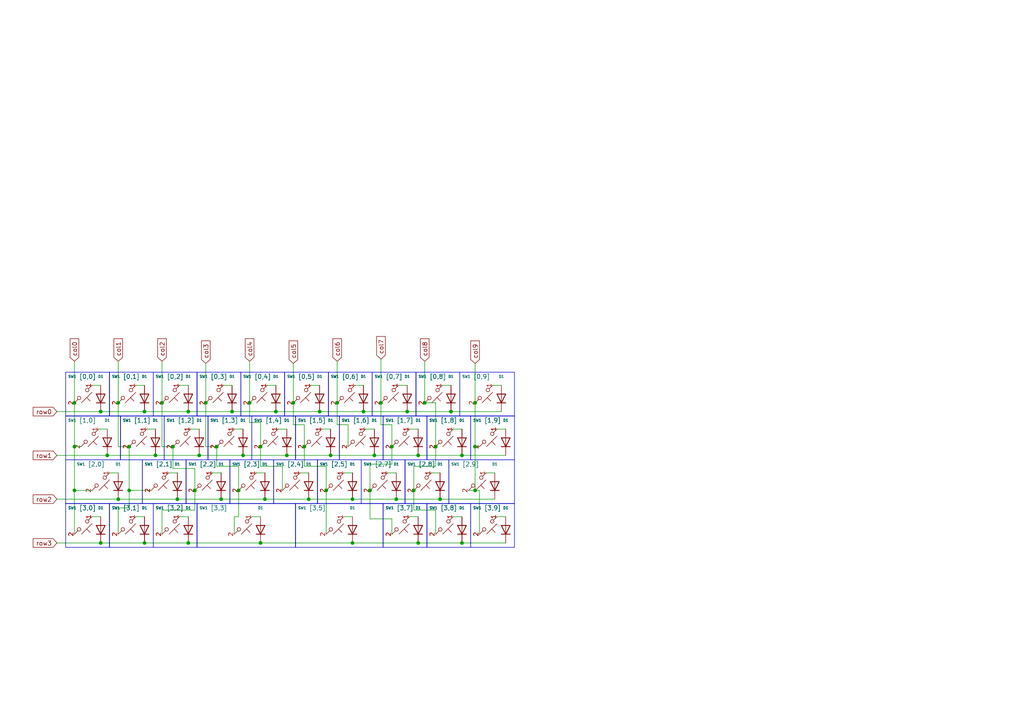
<source format=kicad_sch>
(kicad_sch (version 20230121) (generator eeschema)

  (uuid 20cc01ec-b59e-4033-ad8f-d522c08c2555)

  (paper "A4")

  (lib_symbols
    (symbol "Diode:1N4148W" (pin_numbers hide) (pin_names hide) (in_bom yes) (on_board yes)
      (property "Reference" "D" (at 0 2.54 0)
        (effects (font (size 1.27 1.27)))
      )
      (property "Value" "1N4148W" (at 0 -2.54 0)
        (effects (font (size 1.27 1.27)))
      )
      (property "Footprint" "Diode_SMD:D_SOD-123" (at 0 -4.445 0)
        (effects (font (size 1.27 1.27)) hide)
      )
      (property "Datasheet" "https://www.vishay.com/docs/85748/1n4148w.pdf" (at 0 0 0)
        (effects (font (size 1.27 1.27)) hide)
      )
      (property "Sim.Device" "D" (at 0 0 0)
        (effects (font (size 1.27 1.27)) hide)
      )
      (property "Sim.Pins" "1=K 2=A" (at 0 0 0)
        (effects (font (size 1.27 1.27)) hide)
      )
      (property "ki_keywords" "diode" (at 0 0 0)
        (effects (font (size 1.27 1.27)) hide)
      )
      (property "ki_description" "75V 0.15A Fast Switching Diode, SOD-123" (at 0 0 0)
        (effects (font (size 1.27 1.27)) hide)
      )
      (property "ki_fp_filters" "D*SOD?123*" (at 0 0 0)
        (effects (font (size 1.27 1.27)) hide)
      )
      (symbol "1N4148W_0_1"
        (polyline
          (pts
            (xy -1.27 1.27)
            (xy -1.27 -1.27)
          )
          (stroke (width 0.254) (type default))
          (fill (type none))
        )
        (polyline
          (pts
            (xy 1.27 0)
            (xy -1.27 0)
          )
          (stroke (width 0) (type default))
          (fill (type none))
        )
        (polyline
          (pts
            (xy 1.27 1.27)
            (xy 1.27 -1.27)
            (xy -1.27 0)
            (xy 1.27 1.27)
          )
          (stroke (width 0.254) (type default))
          (fill (type none))
        )
      )
      (symbol "1N4148W_1_1"
        (pin passive line (at -3.81 0 0) (length 2.54)
          (name "K" (effects (font (size 1.27 1.27))))
          (number "1" (effects (font (size 1.27 1.27))))
        )
        (pin passive line (at 3.81 0 180) (length 2.54)
          (name "A" (effects (font (size 1.27 1.27))))
          (number "2" (effects (font (size 1.27 1.27))))
        )
      )
    )
    (symbol "SW_Push_45deg_1" (pin_names (offset 1.016) hide) (in_bom yes) (on_board yes)
      (property "Reference" "SW" (at 3.048 1.016 0)
        (effects (font (size 1.27 1.27)) (justify left))
      )
      (property "Value" "SW_Push_45deg" (at 0 -3.81 0)
        (effects (font (size 1.27 1.27)))
      )
      (property "Footprint" "" (at 0 0 0)
        (effects (font (size 1.27 1.27)) hide)
      )
      (property "Datasheet" "~" (at 0 0 0)
        (effects (font (size 1.27 1.27)) hide)
      )
      (property "ki_keywords" "switch normally-open pushbutton push-button" (at 0 0 0)
        (effects (font (size 1.27 1.27)) hide)
      )
      (property "ki_description" "Push button switch, normally open, two pins, 45° tilted" (at 0 0 0)
        (effects (font (size 1.27 1.27)) hide)
      )
      (symbol "SW_Push_45deg_1_0_1"
        (circle (center -1.1684 1.1684) (radius 0.508)
          (stroke (width 0) (type default))
          (fill (type none))
        )
        (polyline
          (pts
            (xy -0.508 2.54)
            (xy 2.54 -0.508)
          )
          (stroke (width 0) (type default))
          (fill (type none))
        )
        (polyline
          (pts
            (xy 1.016 1.016)
            (xy 2.032 2.032)
          )
          (stroke (width 0) (type default))
          (fill (type none))
        )
        (polyline
          (pts
            (xy -2.54 2.54)
            (xy -1.524 1.524)
            (xy -1.524 1.524)
          )
          (stroke (width 0) (type default))
          (fill (type none))
        )
        (polyline
          (pts
            (xy 1.524 -1.524)
            (xy 2.54 -2.54)
            (xy 2.54 -2.54)
            (xy 2.54 -2.54)
          )
          (stroke (width 0) (type default))
          (fill (type none))
        )
        (circle (center 1.143 -1.1938) (radius 0.508)
          (stroke (width 0) (type default))
          (fill (type none))
        )
        (pin passive line (at -2.54 2.54 0) (length 0)
          (name "1" (effects (font (size 1.27 1.27))))
          (number "1" (effects (font (size 1.27 1.27))))
        )
        (pin passive line (at 2.54 -2.54 180) (length 0)
          (name "2" (effects (font (size 1.27 1.27))))
          (number "2" (effects (font (size 1.27 1.27))))
        )
      )
    )
  )

  (junction (at 57.785 132.08) (diameter 0) (color 0 0 0 0)
    (uuid 02209622-32cc-4375-bd27-b1362c55b82a)
  )
  (junction (at 75.565 157.48) (diameter 0) (color 0 0 0 0)
    (uuid 07a73955-56e6-4956-9333-f7315c640c9d)
  )
  (junction (at 34.29 144.78) (diameter 0) (color 0 0 0 0)
    (uuid 0b8476ef-7e36-4785-809d-d359b22d1fbd)
  )
  (junction (at 56.515 142.24) (diameter 0) (color 0 0 0 0)
    (uuid 0cca1b9f-ae98-4fec-bde7-0a0d29f77edb)
  )
  (junction (at 83.185 132.08) (diameter 0) (color 0 0 0 0)
    (uuid 147b2647-fee3-4cc8-acc0-a686e0173e7d)
  )
  (junction (at 41.91 119.38) (diameter 0) (color 0 0 0 0)
    (uuid 164cb2ef-447d-4034-b5cc-e664c9231e9e)
  )
  (junction (at 50.165 129.54) (diameter 0) (color 0 0 0 0)
    (uuid 1e70b29d-db33-402b-b79f-db7e5e0decee)
  )
  (junction (at 21.59 142.24) (diameter 0) (color 0 0 0 0)
    (uuid 1e8d7231-11ff-4596-854c-d85d4f3e4192)
  )
  (junction (at 59.69 116.84) (diameter 0) (color 0 0 0 0)
    (uuid 1fb56e19-c21f-4d68-9f06-941104829637)
  )
  (junction (at 88.265 129.54) (diameter 0) (color 0 0 0 0)
    (uuid 22a2464f-95bc-427f-911d-9b6f3f195dae)
  )
  (junction (at 97.79 116.84) (diameter 0) (color 0 0 0 0)
    (uuid 24411d25-40e8-480e-a802-5644754dd41d)
  )
  (junction (at 80.01 119.38) (diameter 0) (color 0 0 0 0)
    (uuid 258138c6-7758-481d-98bc-71f5bea1c64c)
  )
  (junction (at 120.015 142.24) (diameter 0) (color 0 0 0 0)
    (uuid 2904a7b7-ddc5-490c-a351-e04b311dade6)
  )
  (junction (at 54.61 157.48) (diameter 0) (color 0 0 0 0)
    (uuid 2ae20e7c-2620-4e8e-9a3d-01323b00bbd9)
  )
  (junction (at 105.41 119.38) (diameter 0) (color 0 0 0 0)
    (uuid 2f17a4fa-bec4-46d6-82e1-4aca0dfab6fb)
  )
  (junction (at 110.49 116.84) (diameter 0) (color 0 0 0 0)
    (uuid 2f3abdb6-0b7f-49e7-943b-cb83b79e4eca)
  )
  (junction (at 126.365 129.54) (diameter 0) (color 0 0 0 0)
    (uuid 3396c593-e409-474c-8e1a-78a9bb8fa199)
  )
  (junction (at 85.09 116.84) (diameter 0) (color 0 0 0 0)
    (uuid 399923ba-132b-485d-872b-475a35ad63c0)
  )
  (junction (at 133.985 157.48) (diameter 0) (color 0 0 0 0)
    (uuid 3ac18297-b261-46b3-8616-38fde53647c9)
  )
  (junction (at 133.985 132.08) (diameter 0) (color 0 0 0 0)
    (uuid 3c9287d7-daf8-49b3-a0e6-4c2743a0e7bb)
  )
  (junction (at 94.615 142.24) (diameter 0) (color 0 0 0 0)
    (uuid 4262ac7e-acef-45cf-b3e8-5838c5c1952d)
  )
  (junction (at 108.585 132.08) (diameter 0) (color 0 0 0 0)
    (uuid 4d394266-2461-4295-8569-cdcb981b6d3b)
  )
  (junction (at 114.935 144.78) (diameter 0) (color 0 0 0 0)
    (uuid 54de79e1-17ed-4e73-8fe4-7d0e756a45dd)
  )
  (junction (at 123.19 116.84) (diameter 0) (color 0 0 0 0)
    (uuid 5668a2c5-a035-45ad-9ddd-1c08204258f3)
  )
  (junction (at 51.435 144.78) (diameter 0) (color 0 0 0 0)
    (uuid 5cbd48b3-64f7-4bfc-b096-c550ab30de07)
  )
  (junction (at 118.11 119.38) (diameter 0) (color 0 0 0 0)
    (uuid 5f683254-2858-41f7-a306-22d4b845f944)
  )
  (junction (at 31.115 132.08) (diameter 0) (color 0 0 0 0)
    (uuid 63986df7-cf39-48ac-97b5-5a348d5dc6ac)
  )
  (junction (at 121.285 132.08) (diameter 0) (color 0 0 0 0)
    (uuid 69f16848-dfb9-4d60-a6f8-91d86cc3ec82)
  )
  (junction (at 130.81 119.38) (diameter 0) (color 0 0 0 0)
    (uuid 6df6d491-d959-4231-8902-8b772d94d743)
  )
  (junction (at 107.315 142.24) (diameter 0) (color 0 0 0 0)
    (uuid 7027f88f-4a4b-4b26-aa46-eaf881832947)
  )
  (junction (at 113.665 129.54) (diameter 0) (color 0 0 0 0)
    (uuid 7a848c7a-cbe3-48a0-afce-b4b5210bc250)
  )
  (junction (at 29.21 157.48) (diameter 0) (color 0 0 0 0)
    (uuid 7dd5715d-4bb7-4b7c-b8f3-a46095877649)
  )
  (junction (at 41.91 157.48) (diameter 0) (color 0 0 0 0)
    (uuid 81393f4c-9e5d-49f2-ae73-601eec9d21b5)
  )
  (junction (at 95.885 132.08) (diameter 0) (color 0 0 0 0)
    (uuid 898c6e64-3792-429c-afa2-5f01cefa38c6)
  )
  (junction (at 121.285 157.48) (diameter 0) (color 0 0 0 0)
    (uuid 8d35bc18-87fc-4b51-a8bd-30e40b4d6883)
  )
  (junction (at 67.31 119.38) (diameter 0) (color 0 0 0 0)
    (uuid 94f91d52-4996-456b-8ee9-f3ee09126ad3)
  )
  (junction (at 21.59 116.84) (diameter 0) (color 0 0 0 0)
    (uuid 99a55f9f-36ab-4585-9c3e-ffe8cceea945)
  )
  (junction (at 92.71 119.38) (diameter 0) (color 0 0 0 0)
    (uuid 9df5b614-fc33-4b48-b160-2dbddc33320d)
  )
  (junction (at 37.465 142.24) (diameter 0) (color 0 0 0 0)
    (uuid a4165e36-3966-4195-a9d6-1f232f99c2b7)
  )
  (junction (at 76.835 144.78) (diameter 0) (color 0 0 0 0)
    (uuid a44a44c2-481f-4c0a-aa2e-b64d5797adf6)
  )
  (junction (at 137.795 129.54) (diameter 0) (color 0 0 0 0)
    (uuid aa26d5ef-2847-4a3b-b3a3-05f29527ef0f)
  )
  (junction (at 137.795 116.84) (diameter 0) (color 0 0 0 0)
    (uuid abe09f0a-7579-4398-88cd-27808437b01c)
  )
  (junction (at 102.235 157.48) (diameter 0) (color 0 0 0 0)
    (uuid b04a83e4-c623-4155-ad08-79a938500e21)
  )
  (junction (at 21.59 129.54) (diameter 0) (color 0 0 0 0)
    (uuid b6e5a822-9f35-4170-b7f0-908058375936)
  )
  (junction (at 69.215 142.24) (diameter 0) (color 0 0 0 0)
    (uuid bbdb4c83-4bee-4809-8bff-89ac16f75d6f)
  )
  (junction (at 34.29 116.84) (diameter 0) (color 0 0 0 0)
    (uuid bc8b4f63-488b-4aa4-953e-81a3d64772d1)
  )
  (junction (at 89.535 144.78) (diameter 0) (color 0 0 0 0)
    (uuid c4b896a8-df7b-4fd4-a413-7d5e8e639aed)
  )
  (junction (at 46.99 116.84) (diameter 0) (color 0 0 0 0)
    (uuid ca89a80b-f6f8-4124-b24b-4058578f7f1c)
  )
  (junction (at 75.565 129.54) (diameter 0) (color 0 0 0 0)
    (uuid ccf37d9d-dba6-4e74-a0c6-9e9472b06db7)
  )
  (junction (at 70.485 132.08) (diameter 0) (color 0 0 0 0)
    (uuid d4fb568a-3849-49de-8a78-97d4e731dec6)
  )
  (junction (at 127.635 144.78) (diameter 0) (color 0 0 0 0)
    (uuid d665ae99-7dd4-48d6-af5f-772cc215b1f0)
  )
  (junction (at 29.21 119.38) (diameter 0) (color 0 0 0 0)
    (uuid d72409b1-89de-4e4b-82a4-35abc836f250)
  )
  (junction (at 102.235 144.78) (diameter 0) (color 0 0 0 0)
    (uuid d8ba2e01-a628-4544-88c4-3f99c2cd5abf)
  )
  (junction (at 72.39 116.84) (diameter 0) (color 0 0 0 0)
    (uuid da4fe425-9198-4904-b485-6a2d1d3c6ad8)
  )
  (junction (at 37.465 129.54) (diameter 0) (color 0 0 0 0)
    (uuid ddc443b1-1dab-4cd2-95d2-5d3ae939a1d3)
  )
  (junction (at 137.795 142.24) (diameter 0) (color 0 0 0 0)
    (uuid e5d9de07-d007-476b-976e-1bbdab8bb34f)
  )
  (junction (at 54.61 119.38) (diameter 0) (color 0 0 0 0)
    (uuid ebf05d77-ce0d-4b59-a230-b53f2e54fc1b)
  )
  (junction (at 45.085 132.08) (diameter 0) (color 0 0 0 0)
    (uuid edceb649-dac6-4975-95f1-7c7895b78140)
  )
  (junction (at 62.865 129.54) (diameter 0) (color 0 0 0 0)
    (uuid f24dc917-b237-4290-9f62-8d6a0dfcafec)
  )
  (junction (at 64.135 144.78) (diameter 0) (color 0 0 0 0)
    (uuid f3b17365-20cc-4c8a-a87f-7c109e3c1271)
  )

  (wire (pts (xy 34.29 129.54) (xy 37.465 129.54))
    (stroke (width 0) (type default))
    (uuid 0305f5e6-0d93-473d-a90d-ba1914961af2)
  )
  (wire (pts (xy 29.21 157.48) (xy 41.91 157.48))
    (stroke (width 0) (type default))
    (uuid 07823486-7b8f-4eea-a05c-d9d67006eed9)
  )
  (wire (pts (xy 125.095 137.16) (xy 127.635 137.16))
    (stroke (width 0) (type default))
    (uuid 0bedfdb8-91d2-4f22-a622-152cbbb64d1d)
  )
  (wire (pts (xy 126.365 154.94) (xy 126.365 147.955))
    (stroke (width 0) (type default))
    (uuid 0e95ceed-c8e8-431e-8b92-bef9f4b5c9af)
  )
  (wire (pts (xy 21.59 142.24) (xy 26.67 142.24))
    (stroke (width 0) (type default))
    (uuid 0ef48890-1e74-4b3d-9013-0f05f920b541)
  )
  (wire (pts (xy 48.895 137.16) (xy 51.435 137.16))
    (stroke (width 0) (type default))
    (uuid 10c1e942-9d63-4e34-afbf-33f7cff43903)
  )
  (wire (pts (xy 34.29 144.78) (xy 51.435 144.78))
    (stroke (width 0) (type default))
    (uuid 118ac74f-e003-4e1d-a3e8-6f4b72fcd72d)
  )
  (wire (pts (xy 137.795 105.41) (xy 137.795 116.84))
    (stroke (width 0) (type default))
    (uuid 172d48c9-6bf3-4256-b4df-2172194f0e73)
  )
  (wire (pts (xy 59.69 105.41) (xy 59.69 116.84))
    (stroke (width 0) (type default))
    (uuid 1b28e3f8-799e-4db4-9ae7-24f813c3a210)
  )
  (wire (pts (xy 123.19 104.775) (xy 123.19 116.84))
    (stroke (width 0) (type default))
    (uuid 1e38eac3-e249-4424-90fe-4e5027eb99c5)
  )
  (wire (pts (xy 110.49 116.84) (xy 110.49 123.19))
    (stroke (width 0) (type default))
    (uuid 1e48b9ad-700b-4e50-83c6-e53829db3f9c)
  )
  (wire (pts (xy 140.97 137.16) (xy 143.51 137.16))
    (stroke (width 0) (type default))
    (uuid 1ec4011c-a5ee-4514-b313-18bc1a077cde)
  )
  (wire (pts (xy 128.27 111.76) (xy 130.81 111.76))
    (stroke (width 0) (type default))
    (uuid 20368f3b-302a-40fd-864d-e0115021274d)
  )
  (wire (pts (xy 137.795 116.84) (xy 137.795 129.54))
    (stroke (width 0) (type default))
    (uuid 20803ba2-b8d2-4a61-9d6f-af9e14165661)
  )
  (wire (pts (xy 52.07 149.86) (xy 54.61 149.86))
    (stroke (width 0) (type default))
    (uuid 249b5bc1-68db-4b9e-9a3f-dae379bdf4b0)
  )
  (wire (pts (xy 64.77 111.76) (xy 67.31 111.76))
    (stroke (width 0) (type default))
    (uuid 24d475f2-8d7e-4c28-b419-c4a5d341053a)
  )
  (wire (pts (xy 21.59 129.54) (xy 23.495 129.54))
    (stroke (width 0) (type default))
    (uuid 24e5c8ba-e24b-4210-ace2-7e3bbe780dde)
  )
  (wire (pts (xy 139.065 142.24) (xy 137.795 142.24))
    (stroke (width 0) (type default))
    (uuid 2784a27d-4be8-4961-91f2-674498efbe07)
  )
  (wire (pts (xy 56.515 142.24) (xy 56.515 147.955))
    (stroke (width 0) (type default))
    (uuid 285fdfd6-1d23-4356-8b7f-21a300e00858)
  )
  (wire (pts (xy 113.665 154.94) (xy 113.665 150.495))
    (stroke (width 0) (type default))
    (uuid 286ff5a9-1b29-4ef7-a778-55ade86c55e9)
  )
  (wire (pts (xy 107.315 150.495) (xy 107.315 142.24))
    (stroke (width 0) (type default))
    (uuid 28fdf5b3-e700-4c7a-867b-47e79afeface)
  )
  (wire (pts (xy 133.985 157.48) (xy 146.685 157.48))
    (stroke (width 0) (type default))
    (uuid 2c2564dc-3bfd-4683-9af0-e40cd24590ad)
  )
  (wire (pts (xy 76.835 144.78) (xy 89.535 144.78))
    (stroke (width 0) (type default))
    (uuid 2c3f27af-8943-42b6-83c7-62cb5a67970c)
  )
  (wire (pts (xy 46.99 154.94) (xy 46.99 147.955))
    (stroke (width 0) (type default))
    (uuid 2df7ecb0-4c6d-4051-b8a3-7a3ab1477e6d)
  )
  (wire (pts (xy 56.515 142.24) (xy 56.515 135.89))
    (stroke (width 0) (type default))
    (uuid 2f607b78-7138-4ec8-bad8-9880ae204686)
  )
  (wire (pts (xy 41.91 119.38) (xy 54.61 119.38))
    (stroke (width 0) (type default))
    (uuid 308c1cd2-c977-4e1c-addf-65c691fbc57a)
  )
  (wire (pts (xy 102.87 111.76) (xy 105.41 111.76))
    (stroke (width 0) (type default))
    (uuid 30bd7dd7-eb2a-4ee4-a1a2-a8bfda3df8d9)
  )
  (wire (pts (xy 31.115 132.08) (xy 45.085 132.08))
    (stroke (width 0) (type default))
    (uuid 312bf3ec-8d14-4b54-9033-4f702de71e4f)
  )
  (wire (pts (xy 39.37 149.86) (xy 41.91 149.86))
    (stroke (width 0) (type default))
    (uuid 317551b3-7d39-46d1-a871-d65dbafa182d)
  )
  (wire (pts (xy 85.09 105.41) (xy 85.09 116.84))
    (stroke (width 0) (type default))
    (uuid 35d58898-ea09-4a0e-8ed1-e2a4a354bb5a)
  )
  (wire (pts (xy 43.815 142.24) (xy 37.465 142.24))
    (stroke (width 0) (type default))
    (uuid 37212bb2-3bd2-43f4-a758-04edc87aeffb)
  )
  (wire (pts (xy 114.935 144.78) (xy 127.635 144.78))
    (stroke (width 0) (type default))
    (uuid 3879a04d-e2a8-498b-9e0a-38be8cc7bc3c)
  )
  (wire (pts (xy 126.365 129.54) (xy 126.365 135.255))
    (stroke (width 0) (type default))
    (uuid 38db7c81-56a1-4678-98d3-5f216ac340bf)
  )
  (wire (pts (xy 67.945 124.46) (xy 70.485 124.46))
    (stroke (width 0) (type default))
    (uuid 3931194b-2f52-4cec-9b0b-f38687975d29)
  )
  (wire (pts (xy 16.51 119.38) (xy 29.21 119.38))
    (stroke (width 0) (type default))
    (uuid 3ef92431-e205-458a-9217-7096ef99b193)
  )
  (wire (pts (xy 29.21 119.38) (xy 41.91 119.38))
    (stroke (width 0) (type default))
    (uuid 40c68cd6-121e-4355-a5b8-43dba9951d54)
  )
  (wire (pts (xy 86.995 137.16) (xy 89.535 137.16))
    (stroke (width 0) (type default))
    (uuid 40e4604e-bf3c-4aa5-9ee9-1fb693c7526b)
  )
  (wire (pts (xy 45.085 132.08) (xy 57.785 132.08))
    (stroke (width 0) (type default))
    (uuid 41be6982-0670-4bb4-80f9-e4ed7ef7e4fc)
  )
  (wire (pts (xy 115.57 111.76) (xy 118.11 111.76))
    (stroke (width 0) (type default))
    (uuid 4251399e-755b-4c53-b5d7-54fd5d1cdfc7)
  )
  (wire (pts (xy 102.235 157.48) (xy 121.285 157.48))
    (stroke (width 0) (type default))
    (uuid 43e46a07-8bb7-40b3-84d1-a1d393be1007)
  )
  (wire (pts (xy 72.39 104.775) (xy 72.39 116.84))
    (stroke (width 0) (type default))
    (uuid 4542caf0-da0c-42ec-badd-bb4b55a04adc)
  )
  (wire (pts (xy 80.01 119.38) (xy 92.71 119.38))
    (stroke (width 0) (type default))
    (uuid 46907100-94d5-46d5-ac15-6a78f6f556ad)
  )
  (wire (pts (xy 118.745 149.86) (xy 121.285 149.86))
    (stroke (width 0) (type default))
    (uuid 491f9c0a-7c47-4ee3-af1b-7c84aba126cd)
  )
  (wire (pts (xy 37.465 142.24) (xy 37.465 129.54))
    (stroke (width 0) (type default))
    (uuid 4c0fb05b-9968-4bf9-abf3-b3dd647ed970)
  )
  (wire (pts (xy 108.585 132.08) (xy 121.285 132.08))
    (stroke (width 0) (type default))
    (uuid 4d5c6c58-5695-405f-a13e-1af65e59f373)
  )
  (wire (pts (xy 70.485 132.08) (xy 83.185 132.08))
    (stroke (width 0) (type default))
    (uuid 4f098958-c3e0-4221-96bc-6b52188e63a3)
  )
  (wire (pts (xy 54.61 119.38) (xy 67.31 119.38))
    (stroke (width 0) (type default))
    (uuid 4f40d9d3-9e49-44f4-bbc2-6764d1fc2e74)
  )
  (wire (pts (xy 75.565 129.54) (xy 75.565 122.555))
    (stroke (width 0) (type default))
    (uuid 4f5b0355-6120-42a7-bc03-535bff6faad2)
  )
  (wire (pts (xy 127.635 144.78) (xy 143.51 144.78))
    (stroke (width 0) (type default))
    (uuid 550c9bca-1ddd-4bc1-bbda-38269807ecd9)
  )
  (wire (pts (xy 126.365 135.255) (xy 120.015 135.255))
    (stroke (width 0) (type default))
    (uuid 5547a7a4-311e-4a02-9665-90e465df7401)
  )
  (wire (pts (xy 61.595 137.16) (xy 64.135 137.16))
    (stroke (width 0) (type default))
    (uuid 554e2c78-7bd2-44ff-8fcb-b06a647ee6ac)
  )
  (wire (pts (xy 62.865 135.255) (xy 62.865 129.54))
    (stroke (width 0) (type default))
    (uuid 55552234-f834-4c9e-89c3-4db0edc638cc)
  )
  (wire (pts (xy 73.025 149.86) (xy 75.565 149.86))
    (stroke (width 0) (type default))
    (uuid 56549810-8fd6-4514-99ce-d24f20d80d66)
  )
  (wire (pts (xy 77.47 111.76) (xy 80.01 111.76))
    (stroke (width 0) (type default))
    (uuid 5677d51a-7647-40de-9d11-1ff680b177cf)
  )
  (wire (pts (xy 69.215 149.86) (xy 69.215 142.24))
    (stroke (width 0) (type default))
    (uuid 59d1242f-c7a3-4ac1-9b8a-d1cb354397ea)
  )
  (wire (pts (xy 37.465 147.32) (xy 37.465 142.24))
    (stroke (width 0) (type default))
    (uuid 5b8702d4-f4a5-459b-b96d-71d679656c99)
  )
  (wire (pts (xy 100.965 123.19) (xy 100.965 129.54))
    (stroke (width 0) (type default))
    (uuid 5b9e6f55-860b-46db-8385-90c80480ab62)
  )
  (wire (pts (xy 16.51 132.08) (xy 31.115 132.08))
    (stroke (width 0) (type default))
    (uuid 5ea8ab2f-c6a3-4310-b1df-8f5c39443a43)
  )
  (wire (pts (xy 137.795 142.24) (xy 137.795 129.54))
    (stroke (width 0) (type default))
    (uuid 5fa26479-4c9a-4086-b422-19251ffa0aff)
  )
  (wire (pts (xy 139.065 154.94) (xy 139.065 142.24))
    (stroke (width 0) (type default))
    (uuid 5ff0f605-7432-4c28-8678-3ff660f8e68d)
  )
  (wire (pts (xy 144.145 149.86) (xy 146.685 149.86))
    (stroke (width 0) (type default))
    (uuid 63f12733-56ca-46f7-afb4-ae75a9b39d8d)
  )
  (wire (pts (xy 57.785 132.08) (xy 70.485 132.08))
    (stroke (width 0) (type default))
    (uuid 6890f0c5-3989-452e-a089-e16445897f9b)
  )
  (wire (pts (xy 112.395 137.16) (xy 114.935 137.16))
    (stroke (width 0) (type default))
    (uuid 6ad5c370-03ab-444e-8c21-03e354c92719)
  )
  (wire (pts (xy 55.245 124.46) (xy 57.785 124.46))
    (stroke (width 0) (type default))
    (uuid 6fc51e09-d83b-4c04-b10d-cc6027e78ecb)
  )
  (wire (pts (xy 41.91 157.48) (xy 54.61 157.48))
    (stroke (width 0) (type default))
    (uuid 6fe762b2-2982-4a16-83bf-8da78a19a9ba)
  )
  (wire (pts (xy 133.985 132.08) (xy 146.685 132.08))
    (stroke (width 0) (type default))
    (uuid 708741a3-2fae-4fdc-baf8-ea34d4759db4)
  )
  (wire (pts (xy 51.435 144.78) (xy 64.135 144.78))
    (stroke (width 0) (type default))
    (uuid 74220d53-f18d-465c-9bae-d3d789e5f90a)
  )
  (wire (pts (xy 110.49 104.14) (xy 110.49 116.84))
    (stroke (width 0) (type default))
    (uuid 789c087c-a699-4443-9556-9f0056ad2b98)
  )
  (wire (pts (xy 131.445 149.86) (xy 133.985 149.86))
    (stroke (width 0) (type default))
    (uuid 7c935b8a-495c-4e9d-9f07-6ffe829384ba)
  )
  (wire (pts (xy 120.015 135.255) (xy 120.015 142.24))
    (stroke (width 0) (type default))
    (uuid 7e00b5f8-e991-49ba-9693-0722d5ebdd9a)
  )
  (wire (pts (xy 113.665 150.495) (xy 107.315 150.495))
    (stroke (width 0) (type default))
    (uuid 7e944829-f91b-4799-95e3-b010311a14d4)
  )
  (wire (pts (xy 39.37 111.76) (xy 41.91 111.76))
    (stroke (width 0) (type default))
    (uuid 814f7d34-9068-4582-8ee1-4bb58d7aaa9f)
  )
  (wire (pts (xy 85.09 123.19) (xy 85.09 116.84))
    (stroke (width 0) (type default))
    (uuid 81c86354-a7fb-4bfc-9f89-d0bda8dc24d0)
  )
  (wire (pts (xy 67.945 149.86) (xy 69.215 149.86))
    (stroke (width 0) (type default))
    (uuid 81f1ebc0-5c51-478d-b9fc-9b68b672b533)
  )
  (wire (pts (xy 97.79 123.19) (xy 100.965 123.19))
    (stroke (width 0) (type default))
    (uuid 82d8e959-f2be-459f-9bc8-8c75dab76804)
  )
  (wire (pts (xy 88.265 129.54) (xy 88.265 135.255))
    (stroke (width 0) (type default))
    (uuid 86b96d7c-04ae-46ea-84f3-b17f80ebb835)
  )
  (wire (pts (xy 95.885 132.08) (xy 108.585 132.08))
    (stroke (width 0) (type default))
    (uuid 86e40dfb-4f7a-4c13-994b-88adc2f81134)
  )
  (wire (pts (xy 93.345 124.46) (xy 95.885 124.46))
    (stroke (width 0) (type default))
    (uuid 88597c19-b741-4002-8b20-7187508176f1)
  )
  (wire (pts (xy 110.49 123.19) (xy 113.665 123.19))
    (stroke (width 0) (type default))
    (uuid 8a59873f-2413-4cae-a711-d66dc54afed8)
  )
  (wire (pts (xy 126.365 116.84) (xy 126.365 129.54))
    (stroke (width 0) (type default))
    (uuid 8d0976e7-9560-4cb2-98ab-b0896cd4e08c)
  )
  (wire (pts (xy 34.29 104.775) (xy 34.29 116.84))
    (stroke (width 0) (type default))
    (uuid 8eda3867-5cd3-4499-be99-8663e807f59b)
  )
  (wire (pts (xy 99.695 149.86) (xy 102.235 149.86))
    (stroke (width 0) (type default))
    (uuid 908c7f71-2b4e-44d8-bd81-9d95799b07b4)
  )
  (wire (pts (xy 28.575 124.46) (xy 31.115 124.46))
    (stroke (width 0) (type default))
    (uuid 91589b42-7375-4f58-a918-00a524561550)
  )
  (wire (pts (xy 130.81 119.38) (xy 145.415 119.38))
    (stroke (width 0) (type default))
    (uuid 91707277-6ce2-4c09-b3d8-6dc6081def33)
  )
  (wire (pts (xy 64.135 144.78) (xy 76.835 144.78))
    (stroke (width 0) (type default))
    (uuid 91bb6346-6cef-476e-b073-83174ef18d79)
  )
  (wire (pts (xy 21.59 116.84) (xy 21.59 129.54))
    (stroke (width 0) (type default))
    (uuid 922ea4d1-39d5-4c77-98c5-50e3200e241f)
  )
  (wire (pts (xy 67.31 119.38) (xy 80.01 119.38))
    (stroke (width 0) (type default))
    (uuid 92410b5c-4bac-47c1-a84c-a61494454350)
  )
  (wire (pts (xy 144.145 124.46) (xy 146.685 124.46))
    (stroke (width 0) (type default))
    (uuid 9281fd22-d191-48be-819a-5acd217a9f53)
  )
  (wire (pts (xy 69.215 142.24) (xy 69.215 135.255))
    (stroke (width 0) (type default))
    (uuid 944d0868-b0d2-4a0d-aac3-44a9b5e948d9)
  )
  (wire (pts (xy 131.445 124.46) (xy 133.985 124.46))
    (stroke (width 0) (type default))
    (uuid 9478d5b0-4beb-40b0-8fcb-eef42ad0e202)
  )
  (wire (pts (xy 75.565 122.555) (xy 72.39 122.555))
    (stroke (width 0) (type default))
    (uuid 996eaeaf-d4ed-4001-85d6-9965c562c0e9)
  )
  (wire (pts (xy 83.185 132.08) (xy 95.885 132.08))
    (stroke (width 0) (type default))
    (uuid 9a12654d-6a4f-46f3-b699-b2c24ad1106a)
  )
  (wire (pts (xy 105.41 119.38) (xy 118.11 119.38))
    (stroke (width 0) (type default))
    (uuid 9b055869-9b89-4d01-9443-38181052de86)
  )
  (wire (pts (xy 46.99 104.775) (xy 46.99 116.84))
    (stroke (width 0) (type default))
    (uuid 9f094f1b-975b-47ed-a651-051ef7350645)
  )
  (wire (pts (xy 118.745 124.46) (xy 121.285 124.46))
    (stroke (width 0) (type default))
    (uuid a0e89c1e-42df-45c0-a65e-4cb5164714da)
  )
  (wire (pts (xy 42.545 124.46) (xy 45.085 124.46))
    (stroke (width 0) (type default))
    (uuid a111041e-88a6-4032-beb6-a7c2eb077155)
  )
  (wire (pts (xy 107.315 134.62) (xy 113.665 134.62))
    (stroke (width 0) (type default))
    (uuid a16ee268-2f65-4364-992f-fa9667fc6fbb)
  )
  (wire (pts (xy 80.645 124.46) (xy 83.185 124.46))
    (stroke (width 0) (type default))
    (uuid a27b6d5d-44f5-4ec5-8804-879039bc1f69)
  )
  (wire (pts (xy 16.51 144.78) (xy 34.29 144.78))
    (stroke (width 0) (type default))
    (uuid a3d3c303-e139-4c38-b200-58c9f145ffda)
  )
  (wire (pts (xy 75.565 157.48) (xy 102.235 157.48))
    (stroke (width 0) (type default))
    (uuid a406b3e3-424d-489d-b999-92ad952da51d)
  )
  (wire (pts (xy 118.11 119.38) (xy 130.81 119.38))
    (stroke (width 0) (type default))
    (uuid a646ac14-8f64-48ec-85a4-a07485a25d58)
  )
  (wire (pts (xy 69.215 135.255) (xy 62.865 135.255))
    (stroke (width 0) (type default))
    (uuid a66a9134-e558-416f-8400-e55fcb5cbcba)
  )
  (wire (pts (xy 81.915 135.255) (xy 75.565 135.255))
    (stroke (width 0) (type default))
    (uuid a6d7fae4-bced-410f-bc31-807e0841e8e8)
  )
  (wire (pts (xy 121.285 157.48) (xy 133.985 157.48))
    (stroke (width 0) (type default))
    (uuid ad78a84b-206e-4249-98ed-d7618ac9fc3c)
  )
  (wire (pts (xy 94.615 135.255) (xy 88.265 135.255))
    (stroke (width 0) (type default))
    (uuid ad911ff0-0231-412d-8e61-50bae83a240d)
  )
  (wire (pts (xy 75.565 129.54) (xy 75.565 135.255))
    (stroke (width 0) (type default))
    (uuid ae90f5ca-7622-4016-9991-a92c9082b989)
  )
  (wire (pts (xy 31.75 137.16) (xy 34.29 137.16))
    (stroke (width 0) (type default))
    (uuid b1b23a6b-4a35-4c51-8dca-2af9297c4dea)
  )
  (wire (pts (xy 121.285 132.08) (xy 133.985 132.08))
    (stroke (width 0) (type default))
    (uuid b593628d-9dfd-4592-b731-5c53dbb0d7a3)
  )
  (wire (pts (xy 126.365 147.955) (xy 120.015 147.955))
    (stroke (width 0) (type default))
    (uuid b96b2f86-2d61-4377-984a-bda9a9ed6b9a)
  )
  (wire (pts (xy 34.29 116.84) (xy 34.29 129.54))
    (stroke (width 0) (type default))
    (uuid b993479d-0dd9-4d9a-82e8-642c3804f828)
  )
  (wire (pts (xy 26.67 111.76) (xy 29.21 111.76))
    (stroke (width 0) (type default))
    (uuid bb1d2e22-0fdc-4c26-a6bc-17963d9181f6)
  )
  (wire (pts (xy 46.99 116.84) (xy 46.99 129.54))
    (stroke (width 0) (type default))
    (uuid bc6651e0-ce56-4e95-b354-0c1557e3dccb)
  )
  (wire (pts (xy 97.79 104.775) (xy 97.79 116.84))
    (stroke (width 0) (type default))
    (uuid ca616cb5-34a2-4292-846c-6dbc79db43ac)
  )
  (wire (pts (xy 94.615 142.24) (xy 94.615 154.94))
    (stroke (width 0) (type default))
    (uuid cb43abbb-1075-4f01-92b1-d5799e1150ef)
  )
  (wire (pts (xy 21.59 129.54) (xy 21.59 142.24))
    (stroke (width 0) (type default))
    (uuid cd562498-255a-44ff-a45a-6c00c0ec54ac)
  )
  (wire (pts (xy 54.61 157.48) (xy 75.565 157.48))
    (stroke (width 0) (type default))
    (uuid ce08fab4-5cf6-4b03-a5e0-18f0e2d48b72)
  )
  (wire (pts (xy 21.59 142.24) (xy 21.59 154.94))
    (stroke (width 0) (type default))
    (uuid d075f2f9-8c44-46ab-8d30-80676a1fb973)
  )
  (wire (pts (xy 106.045 124.46) (xy 108.585 124.46))
    (stroke (width 0) (type default))
    (uuid d10c2b58-955d-4f9d-b62d-58812a1c41e1)
  )
  (wire (pts (xy 88.265 129.54) (xy 88.265 123.19))
    (stroke (width 0) (type default))
    (uuid d230ed3c-c07d-4dbc-babb-2caf142f72ae)
  )
  (wire (pts (xy 16.51 157.48) (xy 29.21 157.48))
    (stroke (width 0) (type default))
    (uuid d23c489a-dedf-43d8-a67e-d34917f63920)
  )
  (wire (pts (xy 97.79 116.84) (xy 97.79 123.19))
    (stroke (width 0) (type default))
    (uuid d2703707-1de0-417f-adbd-ebf5890c6690)
  )
  (wire (pts (xy 113.665 129.54) (xy 113.665 134.62))
    (stroke (width 0) (type default))
    (uuid d4fd8fea-0a1b-4174-9abd-44ecf4021010)
  )
  (wire (pts (xy 46.99 129.54) (xy 50.165 129.54))
    (stroke (width 0) (type default))
    (uuid d6e95fbf-c56b-4d90-bb5d-b3e81a57b257)
  )
  (wire (pts (xy 34.29 154.94) (xy 34.29 147.32))
    (stroke (width 0) (type default))
    (uuid d9324f3d-5c18-4593-8d9b-f0581c1eede1)
  )
  (wire (pts (xy 34.29 147.32) (xy 37.465 147.32))
    (stroke (width 0) (type default))
    (uuid d9917e30-0364-43e9-b5a9-2331bf29844d)
  )
  (wire (pts (xy 26.67 149.86) (xy 29.21 149.86))
    (stroke (width 0) (type default))
    (uuid db363cf9-9ce2-42c9-a861-36db715bbe6e)
  )
  (wire (pts (xy 90.17 111.76) (xy 92.71 111.76))
    (stroke (width 0) (type default))
    (uuid dce6fe48-2a8e-49df-b4cb-761031a3bbb7)
  )
  (wire (pts (xy 94.615 142.24) (xy 94.615 135.255))
    (stroke (width 0) (type default))
    (uuid dcfaa0c5-2a2c-487a-bb39-e4c669448862)
  )
  (wire (pts (xy 67.945 154.94) (xy 67.945 149.86))
    (stroke (width 0) (type default))
    (uuid dde5cf9c-e6c0-417e-91de-94c102473349)
  )
  (wire (pts (xy 107.315 142.24) (xy 107.315 134.62))
    (stroke (width 0) (type default))
    (uuid dfb5dc2e-e587-47de-b293-f7de5261f281)
  )
  (wire (pts (xy 102.235 144.78) (xy 114.935 144.78))
    (stroke (width 0) (type default))
    (uuid e17f82e0-dffe-4b47-bc26-86fecd00b93c)
  )
  (wire (pts (xy 46.99 147.955) (xy 56.515 147.955))
    (stroke (width 0) (type default))
    (uuid e2f09b27-33dd-4d40-aaaf-45b7ab785d0a)
  )
  (wire (pts (xy 21.59 104.775) (xy 21.59 116.84))
    (stroke (width 0) (type default))
    (uuid e5597b0f-8230-4721-85c9-9c74c99fed96)
  )
  (wire (pts (xy 74.295 137.16) (xy 76.835 137.16))
    (stroke (width 0) (type default))
    (uuid e70af3c1-7021-4469-a77d-a69a5518b68f)
  )
  (wire (pts (xy 59.69 116.84) (xy 59.69 129.54))
    (stroke (width 0) (type default))
    (uuid e99cf015-f4d0-4ee7-9b0a-bc5790af5547)
  )
  (wire (pts (xy 50.165 135.89) (xy 50.165 129.54))
    (stroke (width 0) (type default))
    (uuid eae44a5d-1f2a-45ea-88c6-d2989f5bc8a6)
  )
  (wire (pts (xy 142.875 111.76) (xy 145.415 111.76))
    (stroke (width 0) (type default))
    (uuid ec270b64-9dea-4119-8f14-c4097add7813)
  )
  (wire (pts (xy 92.71 119.38) (xy 105.41 119.38))
    (stroke (width 0) (type default))
    (uuid eccfe1f1-6fbc-41c0-81be-6e3ac1309080)
  )
  (wire (pts (xy 88.265 123.19) (xy 85.09 123.19))
    (stroke (width 0) (type default))
    (uuid ef3cf10f-b677-44ce-a402-ef75e8acf2a6)
  )
  (wire (pts (xy 72.39 122.555) (xy 72.39 116.84))
    (stroke (width 0) (type default))
    (uuid eff36393-4e62-44ca-8316-acfa51f50b9c)
  )
  (wire (pts (xy 81.915 142.24) (xy 81.915 135.255))
    (stroke (width 0) (type default))
    (uuid f02c1120-348c-40b3-8888-f1196dc639ab)
  )
  (wire (pts (xy 120.015 147.955) (xy 120.015 142.24))
    (stroke (width 0) (type default))
    (uuid f0c1c6dd-d18c-4f49-93ae-db7cca61da7e)
  )
  (wire (pts (xy 89.535 144.78) (xy 102.235 144.78))
    (stroke (width 0) (type default))
    (uuid f279ee6c-4133-4bb2-86e6-37e8284edd7f)
  )
  (wire (pts (xy 123.19 116.84) (xy 126.365 116.84))
    (stroke (width 0) (type default))
    (uuid f5851e68-fc26-4255-8215-9009960943e4)
  )
  (wire (pts (xy 52.07 111.76) (xy 54.61 111.76))
    (stroke (width 0) (type default))
    (uuid f5909998-f441-4565-8a6b-60cc91282ae5)
  )
  (wire (pts (xy 113.665 123.19) (xy 113.665 129.54))
    (stroke (width 0) (type default))
    (uuid f6f4e6f2-09f5-464b-8a26-cb9b3aae29f0)
  )
  (wire (pts (xy 137.795 129.54) (xy 139.065 129.54))
    (stroke (width 0) (type default))
    (uuid f7bad2a1-fbcc-4323-baae-9ef8a9d12702)
  )
  (wire (pts (xy 99.695 137.16) (xy 102.235 137.16))
    (stroke (width 0) (type default))
    (uuid f8220602-604b-43d2-ade1-0022bff79579)
  )
  (wire (pts (xy 135.89 142.24) (xy 137.795 142.24))
    (stroke (width 0) (type default))
    (uuid fa869c94-be39-436d-bf74-c0623abd4d0b)
  )
  (wire (pts (xy 59.69 129.54) (xy 62.865 129.54))
    (stroke (width 0) (type default))
    (uuid fb5a687d-2d50-4079-a0d5-c9d350251599)
  )
  (wire (pts (xy 56.515 135.89) (xy 50.165 135.89))
    (stroke (width 0) (type default))
    (uuid fd201ec6-2c8a-4074-88e3-ac4d8d2aff65)
  )

  (rectangle (start 95.25 107.95) (end 107.95 120.65)
    (stroke (width 0) (type default))
    (fill (type none))
    (uuid 015a8c1a-6be6-41db-8991-c31656a23d81)
  )
  (rectangle (start 66.675 133.35) (end 79.375 146.05)
    (stroke (width 0) (type default))
    (fill (type none))
    (uuid 04e7b016-623e-4f0e-b9b9-caa0135688ac)
  )
  (rectangle (start 44.45 146.05) (end 57.15 158.75)
    (stroke (width 0) (type default))
    (fill (type none))
    (uuid 0b3a0e88-55b4-407c-8fa5-aed2deeea040)
  )
  (rectangle (start 123.825 146.05) (end 136.525 158.75)
    (stroke (width 0) (type default))
    (fill (type none))
    (uuid 0f4f1794-3438-4bec-b863-c8c623a32120)
  )
  (rectangle (start 53.975 133.35) (end 66.675 146.05)
    (stroke (width 0) (type default))
    (fill (type none))
    (uuid 110adbbf-a925-4d78-9522-f1a06331ae1e)
  )
  (rectangle (start 117.475 133.35) (end 130.175 146.05)
    (stroke (width 0) (type default))
    (fill (type none))
    (uuid 38efde76-d526-4a26-bcd9-2ae8067e2aa7)
  )
  (rectangle (start 34.925 120.65) (end 47.625 133.35)
    (stroke (width 0) (type default))
    (fill (type none))
    (uuid 3934493e-4c15-47ba-841c-6e1f43e7e4d3)
  )
  (rectangle (start 123.825 120.65) (end 136.525 133.35)
    (stroke (width 0) (type default))
    (fill (type none))
    (uuid 3b711e68-5cbc-4699-b2ab-aa8eeb7cb24c)
  )
  (rectangle (start 19.05 107.95) (end 31.75 120.65)
    (stroke (width 0) (type default))
    (fill (type none))
    (uuid 4d49e960-d33f-42e1-b3b6-bf3d42eb2a06)
  )
  (rectangle (start 82.55 107.95) (end 95.25 120.65)
    (stroke (width 0) (type default))
    (fill (type none))
    (uuid 4f6b6107-3e6a-4492-80d6-50f6fcc7d5e8)
  )
  (rectangle (start 136.525 146.05) (end 149.225 158.75)
    (stroke (width 0) (type default))
    (fill (type none))
    (uuid 541f3c91-fde9-4e36-9c55-5ef2f4cbbc9c)
  )
  (rectangle (start 120.65 107.95) (end 133.35 120.65)
    (stroke (width 0) (type default))
    (fill (type none))
    (uuid 5d137e7b-6c3d-49a6-b351-626f73fe8cb0)
  )
  (rectangle (start 133.35 107.95) (end 149.225 120.65)
    (stroke (width 0) (type default))
    (fill (type none))
    (uuid 66399c5d-7f7f-4b53-a345-d75d8c406b5a)
  )
  (rectangle (start 136.525 120.65) (end 149.225 133.35)
    (stroke (width 0) (type default))
    (fill (type none))
    (uuid 79484f48-e79f-4db4-8a36-781da8ca32d1)
  )
  (rectangle (start 19.05 133.35) (end 41.275 146.05)
    (stroke (width 0) (type default))
    (fill (type none))
    (uuid 816819f7-30d9-4392-8df1-8ef4046b49b0)
  )
  (rectangle (start 47.625 120.65) (end 60.325 133.35)
    (stroke (width 0) (type default))
    (fill (type none))
    (uuid 983da2a8-749e-495a-9edf-c73ce1ff18c4)
  )
  (rectangle (start 69.85 107.95) (end 82.55 120.65)
    (stroke (width 0) (type default))
    (fill (type none))
    (uuid 9a63b039-8905-4722-a6e3-a59baa10abe1)
  )
  (rectangle (start 19.05 120.65) (end 34.925 133.35)
    (stroke (width 0) (type default))
    (fill (type none))
    (uuid a1a95f75-ebbe-4c95-b62a-7766c99433e8)
  )
  (rectangle (start 57.15 146.05) (end 85.725 158.75)
    (stroke (width 0) (type default))
    (fill (type none))
    (uuid abede96b-143d-47ac-a19a-0913e99e2ddf)
  )
  (rectangle (start 73.025 120.65) (end 85.725 133.35)
    (stroke (width 0) (type default))
    (fill (type none))
    (uuid b8a7cd39-1676-4a25-bf64-1e05acbdffbd)
  )
  (rectangle (start 111.125 146.05) (end 123.825 158.75)
    (stroke (width 0) (type default))
    (fill (type none))
    (uuid b8b3666a-f70f-4485-afdd-fb6a1ba33976)
  )
  (rectangle (start 57.15 107.95) (end 69.85 120.65)
    (stroke (width 0) (type default))
    (fill (type none))
    (uuid baf5b889-a99a-4db5-9b11-a7e163ef93e7)
  )
  (rectangle (start 111.125 120.65) (end 123.825 133.35)
    (stroke (width 0) (type default))
    (fill (type none))
    (uuid bdbfaf2b-19a3-4122-8619-9681fcbfc1e4)
  )
  (rectangle (start 79.375 133.35) (end 92.075 146.05)
    (stroke (width 0) (type default))
    (fill (type none))
    (uuid cc7a7c4b-c06f-4c2a-87e1-510f3aca8e33)
  )
  (rectangle (start 31.75 107.95) (end 44.45 120.65)
    (stroke (width 0) (type default))
    (fill (type none))
    (uuid cd60c9d2-fb4e-4f95-a493-4705d877a961)
  )
  (rectangle (start 92.075 133.35) (end 104.775 146.05)
    (stroke (width 0) (type default))
    (fill (type none))
    (uuid d6ad3b1c-4c9f-448f-be6a-4661bc498448)
  )
  (rectangle (start 104.775 133.35) (end 117.475 146.05)
    (stroke (width 0) (type default))
    (fill (type none))
    (uuid d95257c5-52d5-4cc5-8948-f1d9f27ec7b0)
  )
  (rectangle (start 41.275 133.35) (end 53.975 146.05)
    (stroke (width 0) (type default))
    (fill (type none))
    (uuid dac01051-8933-4f22-bf6d-eb0c54d92813)
  )
  (rectangle (start 31.75 146.05) (end 44.45 158.75)
    (stroke (width 0) (type default))
    (fill (type none))
    (uuid de6dac59-57af-426c-9498-90b787388439)
  )
  (rectangle (start 85.725 120.65) (end 98.425 133.35)
    (stroke (width 0) (type default))
    (fill (type none))
    (uuid deebb728-9a9f-4246-93f4-35957a9a2223)
  )
  (rectangle (start 19.05 146.05) (end 31.75 158.75)
    (stroke (width 0) (type default))
    (fill (type none))
    (uuid e8ce10f8-1223-4cd7-bc68-d140a63a609a)
  )
  (rectangle (start 85.725 146.05) (end 111.125 158.75)
    (stroke (width 0) (type default))
    (fill (type none))
    (uuid ea5fe59e-3118-42e4-b488-062b2f85f4b9)
  )
  (rectangle (start 98.425 120.65) (end 111.125 133.35)
    (stroke (width 0) (type default))
    (fill (type none))
    (uuid edfbd37a-4f37-4aca-97a9-e8d321905c4e)
  )
  (rectangle (start 107.95 107.95) (end 120.65 120.65)
    (stroke (width 0) (type default))
    (fill (type none))
    (uuid f835e6e9-cc8d-4d6e-b749-62acbd19e1f6)
  )
  (rectangle (start 60.325 120.65) (end 73.025 133.35)
    (stroke (width 0) (type default))
    (fill (type none))
    (uuid f946504e-0e3b-4fbf-9c5a-5de1dfc73307)
  )
  (rectangle (start 44.45 107.95) (end 57.15 120.65)
    (stroke (width 0) (type default))
    (fill (type none))
    (uuid fac4a8ad-0d93-4779-8d3f-33406e847193)
  )
  (rectangle (start 130.175 133.35) (end 149.225 146.05)
    (stroke (width 0) (type default))
    (fill (type none))
    (uuid ff1202df-575f-491b-aaa2-876a499352e6)
  )

  (global_label "col3" (shape input) (at 59.69 105.41 90) (fields_autoplaced)
    (effects (font (size 1.27 1.27)) (justify left))
    (uuid 06a9f372-05e3-4c45-bc61-7cf5ab2cb9bb)
    (property "Intersheetrefs" "${INTERSHEET_REFS}" (at 59.69 98.3125 90)
      (effects (font (size 1.27 1.27)) (justify left) hide)
    )
  )
  (global_label "col5" (shape input) (at 85.09 105.41 90) (fields_autoplaced)
    (effects (font (size 1.27 1.27)) (justify left))
    (uuid 0fe200a4-b481-41d0-ae40-b23ffc151a59)
    (property "Intersheetrefs" "${INTERSHEET_REFS}" (at 85.09 98.3125 90)
      (effects (font (size 1.27 1.27)) (justify left) hide)
    )
  )
  (global_label "col8" (shape input) (at 123.19 104.775 90) (fields_autoplaced)
    (effects (font (size 1.27 1.27)) (justify left))
    (uuid 13f0f4e2-b412-4d74-8090-3959ae965214)
    (property "Intersheetrefs" "${INTERSHEET_REFS}" (at 123.19 97.6775 90)
      (effects (font (size 1.27 1.27)) (justify left) hide)
    )
  )
  (global_label "row1" (shape input) (at 16.51 132.08 180) (fields_autoplaced)
    (effects (font (size 1.27 1.27)) (justify right))
    (uuid 22181c2d-f262-43fd-8435-c15f91ff52b8)
    (property "Intersheetrefs" "${INTERSHEET_REFS}" (at 9.0496 132.08 0)
      (effects (font (size 1.27 1.27)) (justify right) hide)
    )
  )
  (global_label "col7" (shape input) (at 110.49 104.14 90) (fields_autoplaced)
    (effects (font (size 1.27 1.27)) (justify left))
    (uuid 81a3e863-408f-43a2-83e2-cc5c673296bb)
    (property "Intersheetrefs" "${INTERSHEET_REFS}" (at 110.49 97.0425 90)
      (effects (font (size 1.27 1.27)) (justify left) hide)
    )
  )
  (global_label "col9" (shape input) (at 137.795 105.41 90) (fields_autoplaced)
    (effects (font (size 1.27 1.27)) (justify left))
    (uuid 89437f99-105a-4493-ac30-5a159dc65e0a)
    (property "Intersheetrefs" "${INTERSHEET_REFS}" (at 137.795 98.3125 90)
      (effects (font (size 1.27 1.27)) (justify left) hide)
    )
  )
  (global_label "row0" (shape input) (at 16.51 119.38 180) (fields_autoplaced)
    (effects (font (size 1.27 1.27)) (justify right))
    (uuid 90a21d09-1899-4c48-a6fc-53c8f596fdf4)
    (property "Intersheetrefs" "${INTERSHEET_REFS}" (at 9.0496 119.38 0)
      (effects (font (size 1.27 1.27)) (justify right) hide)
    )
  )
  (global_label "col6" (shape input) (at 97.79 104.775 90) (fields_autoplaced)
    (effects (font (size 1.27 1.27)) (justify left))
    (uuid 92910da2-8398-4a5f-ba1f-57386a169e87)
    (property "Intersheetrefs" "${INTERSHEET_REFS}" (at 97.79 97.6775 90)
      (effects (font (size 1.27 1.27)) (justify left) hide)
    )
  )
  (global_label "row3" (shape input) (at 16.51 157.48 180) (fields_autoplaced)
    (effects (font (size 1.27 1.27)) (justify right))
    (uuid b70e2058-32a2-4cab-b92a-eb054dfa9232)
    (property "Intersheetrefs" "${INTERSHEET_REFS}" (at 9.0496 157.48 0)
      (effects (font (size 1.27 1.27)) (justify right) hide)
    )
  )
  (global_label "col4" (shape input) (at 72.39 104.775 90) (fields_autoplaced)
    (effects (font (size 1.27 1.27)) (justify left))
    (uuid cb5d7afb-72ab-4dcd-8b4d-19c6a1740d37)
    (property "Intersheetrefs" "${INTERSHEET_REFS}" (at 72.39 97.6775 90)
      (effects (font (size 1.27 1.27)) (justify left) hide)
    )
  )
  (global_label "col1" (shape input) (at 34.29 104.775 90) (fields_autoplaced)
    (effects (font (size 1.27 1.27)) (justify left))
    (uuid ccb72553-0b4f-4ad9-893a-4023ccbcea61)
    (property "Intersheetrefs" "${INTERSHEET_REFS}" (at 34.29 97.6775 90)
      (effects (font (size 1.27 1.27)) (justify left) hide)
    )
  )
  (global_label "col2" (shape input) (at 46.99 104.775 90) (fields_autoplaced)
    (effects (font (size 1.27 1.27)) (justify left))
    (uuid dab038c2-b0df-48e4-ad37-c8923ea377f7)
    (property "Intersheetrefs" "${INTERSHEET_REFS}" (at 46.99 97.6775 90)
      (effects (font (size 1.27 1.27)) (justify left) hide)
    )
  )
  (global_label "col0" (shape input) (at 21.59 104.775 90) (fields_autoplaced)
    (effects (font (size 1.27 1.27)) (justify left))
    (uuid de12a298-c9c3-488d-95fc-42ef52a81429)
    (property "Intersheetrefs" "${INTERSHEET_REFS}" (at 21.59 97.6775 90)
      (effects (font (size 1.27 1.27)) (justify left) hide)
    )
  )
  (global_label "row2" (shape input) (at 16.51 144.78 180) (fields_autoplaced)
    (effects (font (size 1.27 1.27)) (justify right))
    (uuid ea5e4048-ad9a-4529-b21b-a787b40c567d)
    (property "Intersheetrefs" "${INTERSHEET_REFS}" (at 9.0496 144.78 0)
      (effects (font (size 1.27 1.27)) (justify right) hide)
    )
  )

  (symbol (lib_id "Diode:1N4148W") (at 92.71 115.57 90) (unit 1)
    (in_bom yes) (on_board yes) (dnp no)
    (uuid 02c1feb3-9c99-4555-9fb4-d070b7ed2c14)
    (property "Reference" "D1" (at 92.71 109.22 90)
      (effects (font (size 0.75 0.75)))
    )
    (property "Value" "1N4148W" (at 95.25 117.475 90)
      (effects (font (size 1.27 1.27)) (justify right) hide)
    )
    (property "Footprint" "chaz:D_SOD-123" (at 97.155 115.57 0)
      (effects (font (size 1.27 1.27)) hide)
    )
    (property "Datasheet" "https://www.vishay.com/docs/85748/1n4148w.pdf" (at 92.71 115.57 0)
      (effects (font (size 1.27 1.27)) hide)
    )
    (property "Sim.Device" "D" (at 92.71 115.57 0)
      (effects (font (size 1.27 1.27)) hide)
    )
    (property "Sim.Pins" "1=K 2=A" (at 92.71 115.57 0)
      (effects (font (size 1.27 1.27)) hide)
    )
    (pin "1" (uuid 36abd9b6-da2f-4773-a12a-bce05621d98d))
    (pin "2" (uuid 70c0d9ea-91f5-44d4-8965-80c2d89a4c3a))
    (instances
      (project "chaz"
        (path "/bcf08c00-9729-48c6-a1d1-fd61a92f814c"
          (reference "D1") (unit 1)
        )
        (path "/bcf08c00-9729-48c6-a1d1-fd61a92f814c/05931c95-a9e7-464b-bc2a-a1adbf6ee993"
          (reference "D33") (unit 1)
        )
      )
    )
  )

  (symbol (lib_id "Diode:1N4148W") (at 133.985 153.67 90) (unit 1)
    (in_bom yes) (on_board yes) (dnp no)
    (uuid 04b7d3a6-c28a-4da0-8299-ae572bc43b52)
    (property "Reference" "D1" (at 133.985 147.32 90)
      (effects (font (size 0.75 0.75)))
    )
    (property "Value" "1N4148W" (at 136.525 155.575 90)
      (effects (font (size 1.27 1.27)) (justify right) hide)
    )
    (property "Footprint" "chaz:D_SOD-123" (at 138.43 153.67 0)
      (effects (font (size 1.27 1.27)) hide)
    )
    (property "Datasheet" "https://www.vishay.com/docs/85748/1n4148w.pdf" (at 133.985 153.67 0)
      (effects (font (size 1.27 1.27)) hide)
    )
    (property "Sim.Device" "D" (at 133.985 153.67 0)
      (effects (font (size 1.27 1.27)) hide)
    )
    (property "Sim.Pins" "1=K 2=A" (at 133.985 153.67 0)
      (effects (font (size 1.27 1.27)) hide)
    )
    (pin "1" (uuid a2f05751-f688-4208-b2ee-641f73f754eb))
    (pin "2" (uuid 53692ed6-72a8-4ca3-ad27-b87db2ee0368))
    (instances
      (project "chaz"
        (path "/bcf08c00-9729-48c6-a1d1-fd61a92f814c"
          (reference "D1") (unit 1)
        )
        (path "/bcf08c00-9729-48c6-a1d1-fd61a92f814c/05931c95-a9e7-464b-bc2a-a1adbf6ee993"
          (reference "D7") (unit 1)
        )
      )
    )
  )

  (symbol (lib_id "Diode:1N4148W") (at 54.61 153.67 90) (unit 1)
    (in_bom yes) (on_board yes) (dnp no)
    (uuid 073f7050-7efb-4157-979c-fd75d2643734)
    (property "Reference" "D1" (at 54.61 147.32 90)
      (effects (font (size 0.75 0.75)))
    )
    (property "Value" "1N4148W" (at 57.15 155.575 90)
      (effects (font (size 1.27 1.27)) (justify right) hide)
    )
    (property "Footprint" "chaz:D_SOD-123" (at 59.055 153.67 0)
      (effects (font (size 1.27 1.27)) hide)
    )
    (property "Datasheet" "https://www.vishay.com/docs/85748/1n4148w.pdf" (at 54.61 153.67 0)
      (effects (font (size 1.27 1.27)) hide)
    )
    (property "Sim.Device" "D" (at 54.61 153.67 0)
      (effects (font (size 1.27 1.27)) hide)
    )
    (property "Sim.Pins" "1=K 2=A" (at 54.61 153.67 0)
      (effects (font (size 1.27 1.27)) hide)
    )
    (pin "1" (uuid c1869082-c9e4-472f-a3d4-02acc084f366))
    (pin "2" (uuid 490e85d3-1885-4026-97f1-141802573351))
    (instances
      (project "chaz"
        (path "/bcf08c00-9729-48c6-a1d1-fd61a92f814c"
          (reference "D1") (unit 1)
        )
        (path "/bcf08c00-9729-48c6-a1d1-fd61a92f814c/05931c95-a9e7-464b-bc2a-a1adbf6ee993"
          (reference "D3") (unit 1)
        )
      )
    )
  )

  (symbol (lib_id "Diode:1N4148W") (at 75.565 153.67 90) (unit 1)
    (in_bom yes) (on_board yes) (dnp no)
    (uuid 078a0bdf-5330-4064-9e3e-15dc0c61bdb7)
    (property "Reference" "D1" (at 75.565 147.32 90)
      (effects (font (size 0.75 0.75)))
    )
    (property "Value" "1N4148W" (at 78.105 155.575 90)
      (effects (font (size 1.27 1.27)) (justify right) hide)
    )
    (property "Footprint" "chaz:D_SOD-123" (at 80.01 153.67 0)
      (effects (font (size 1.27 1.27)) hide)
    )
    (property "Datasheet" "https://www.vishay.com/docs/85748/1n4148w.pdf" (at 75.565 153.67 0)
      (effects (font (size 1.27 1.27)) hide)
    )
    (property "Sim.Device" "D" (at 75.565 153.67 0)
      (effects (font (size 1.27 1.27)) hide)
    )
    (property "Sim.Pins" "1=K 2=A" (at 75.565 153.67 0)
      (effects (font (size 1.27 1.27)) hide)
    )
    (pin "1" (uuid b28cfaa0-b74c-4f16-af30-a606ba97ae0f))
    (pin "2" (uuid bf19e770-dc35-41dd-944b-5bbd4a3f0939))
    (instances
      (project "chaz"
        (path "/bcf08c00-9729-48c6-a1d1-fd61a92f814c"
          (reference "D1") (unit 1)
        )
        (path "/bcf08c00-9729-48c6-a1d1-fd61a92f814c/05931c95-a9e7-464b-bc2a-a1adbf6ee993"
          (reference "D4") (unit 1)
        )
      )
    )
  )

  (symbol (lib_name "SW_Push_45deg_1") (lib_id "Switch:SW_Push_45deg") (at 26.035 127 270) (unit 1)
    (in_bom yes) (on_board yes) (dnp no)
    (uuid 095b6685-e01f-49e9-a91b-0599af7dcc61)
    (property "Reference" "SW1" (at 20.955 121.92 90)
      (effects (font (size 0.75 0.75)))
    )
    (property "Value" "[1,0]" (at 25.4 121.92 90)
      (effects (font (size 1.27 1.27)))
    )
    (property "Footprint" "chaz:Choc-1u-cutout" (at 26.035 127 0)
      (effects (font (size 1.27 1.27)) hide)
    )
    (property "Datasheet" "~" (at 26.035 127 0)
      (effects (font (size 1.27 1.27)) hide)
    )
    (pin "1" (uuid 1fd4aaef-5836-47ba-9366-f58ccb7ae5a9))
    (pin "2" (uuid 6a9df43e-642f-46c7-a978-2d28f04a7051))
    (instances
      (project "chaz"
        (path "/bcf08c00-9729-48c6-a1d1-fd61a92f814c"
          (reference "SW1") (unit 1)
        )
        (path "/bcf08c00-9729-48c6-a1d1-fd61a92f814c/05931c95-a9e7-464b-bc2a-a1adbf6ee993"
          (reference "SW18") (unit 1)
        )
      )
    )
  )

  (symbol (lib_name "SW_Push_45deg_1") (lib_id "Switch:SW_Push_45deg") (at 141.605 127 270) (unit 1)
    (in_bom yes) (on_board yes) (dnp no)
    (uuid 09fee20d-fa9c-4830-a653-3fcfe112a3e7)
    (property "Reference" "SW1" (at 138.43 121.92 90)
      (effects (font (size 0.75 0.75)))
    )
    (property "Value" "[1,9]" (at 142.875 121.92 90)
      (effects (font (size 1.27 1.27)))
    )
    (property "Footprint" "chaz:Choc-1u-cutout" (at 141.605 127 0)
      (effects (font (size 1.27 1.27)) hide)
    )
    (property "Datasheet" "~" (at 141.605 127 0)
      (effects (font (size 1.27 1.27)) hide)
    )
    (pin "1" (uuid f2dea2a4-5953-46b3-9723-d61c55716f7a))
    (pin "2" (uuid 28b2e44e-41b8-43e8-a6d2-e8a0f1ce688f))
    (instances
      (project "chaz"
        (path "/bcf08c00-9729-48c6-a1d1-fd61a92f814c"
          (reference "SW1") (unit 1)
        )
        (path "/bcf08c00-9729-48c6-a1d1-fd61a92f814c/05931c95-a9e7-464b-bc2a-a1adbf6ee993"
          (reference "SW27") (unit 1)
        )
      )
    )
  )

  (symbol (lib_name "SW_Push_45deg_1") (lib_id "Switch:SW_Push_45deg") (at 46.355 139.7 270) (unit 1)
    (in_bom yes) (on_board yes) (dnp no)
    (uuid 0afe1aec-2928-43d0-a882-2e4866995fe6)
    (property "Reference" "SW1" (at 43.18 134.62 90)
      (effects (font (size 0.75 0.75)))
    )
    (property "Value" "[2,1]" (at 47.625 134.62 90)
      (effects (font (size 1.27 1.27)))
    )
    (property "Footprint" "chaz:Choc-1u-cutout" (at 46.355 139.7 0)
      (effects (font (size 1.27 1.27)) hide)
    )
    (property "Datasheet" "~" (at 46.355 139.7 0)
      (effects (font (size 1.27 1.27)) hide)
    )
    (pin "1" (uuid 8701e530-b4eb-4ef8-8e9a-dc7dbe063f57))
    (pin "2" (uuid 35bf587c-d22c-4cb1-82f0-3c79b37fddd4))
    (instances
      (project "chaz"
        (path "/bcf08c00-9729-48c6-a1d1-fd61a92f814c"
          (reference "SW1") (unit 1)
        )
        (path "/bcf08c00-9729-48c6-a1d1-fd61a92f814c/05931c95-a9e7-464b-bc2a-a1adbf6ee993"
          (reference "SW10") (unit 1)
        )
      )
    )
  )

  (symbol (lib_name "SW_Push_45deg_1") (lib_id "Switch:SW_Push_45deg") (at 128.905 127 270) (unit 1)
    (in_bom yes) (on_board yes) (dnp no)
    (uuid 12c423c8-246d-4c25-9e68-55f71b49c15d)
    (property "Reference" "SW1" (at 125.73 121.92 90)
      (effects (font (size 0.75 0.75)))
    )
    (property "Value" "[1,8]" (at 130.175 121.92 90)
      (effects (font (size 1.27 1.27)))
    )
    (property "Footprint" "chaz:Choc-1u-cutout" (at 128.905 127 0)
      (effects (font (size 1.27 1.27)) hide)
    )
    (property "Datasheet" "~" (at 128.905 127 0)
      (effects (font (size 1.27 1.27)) hide)
    )
    (pin "1" (uuid 47f272ac-80cb-48fe-a9c9-e1e1fa1a7a52))
    (pin "2" (uuid b6317cab-0898-4004-904d-73197f47e2fe))
    (instances
      (project "chaz"
        (path "/bcf08c00-9729-48c6-a1d1-fd61a92f814c"
          (reference "SW1") (unit 1)
        )
        (path "/bcf08c00-9729-48c6-a1d1-fd61a92f814c/05931c95-a9e7-464b-bc2a-a1adbf6ee993"
          (reference "SW26") (unit 1)
        )
      )
    )
  )

  (symbol (lib_id "Diode:1N4148W") (at 29.21 153.67 90) (unit 1)
    (in_bom yes) (on_board yes) (dnp no)
    (uuid 1c725911-e80b-490e-aac1-2eaf03ceaddc)
    (property "Reference" "D1" (at 29.21 147.32 90)
      (effects (font (size 0.75 0.75)))
    )
    (property "Value" "1N4148W" (at 31.75 155.575 90)
      (effects (font (size 1.27 1.27)) (justify right) hide)
    )
    (property "Footprint" "chaz:D_SOD-123" (at 33.655 153.67 0)
      (effects (font (size 1.27 1.27)) hide)
    )
    (property "Datasheet" "https://www.vishay.com/docs/85748/1n4148w.pdf" (at 29.21 153.67 0)
      (effects (font (size 1.27 1.27)) hide)
    )
    (property "Sim.Device" "D" (at 29.21 153.67 0)
      (effects (font (size 1.27 1.27)) hide)
    )
    (property "Sim.Pins" "1=K 2=A" (at 29.21 153.67 0)
      (effects (font (size 1.27 1.27)) hide)
    )
    (pin "1" (uuid d5b68bee-4d26-49c4-83d7-9cd417df43c5))
    (pin "2" (uuid f98e1dd1-627c-4c03-80fa-89ddcae9f678))
    (instances
      (project "chaz"
        (path "/bcf08c00-9729-48c6-a1d1-fd61a92f814c"
          (reference "D1") (unit 1)
        )
        (path "/bcf08c00-9729-48c6-a1d1-fd61a92f814c/05931c95-a9e7-464b-bc2a-a1adbf6ee993"
          (reference "D1") (unit 1)
        )
      )
    )
  )

  (symbol (lib_id "Diode:1N4148W") (at 83.185 128.27 90) (unit 1)
    (in_bom yes) (on_board yes) (dnp no)
    (uuid 1d4ba792-3932-4e02-beba-14fae731b208)
    (property "Reference" "D1" (at 83.185 121.92 90)
      (effects (font (size 0.75 0.75)))
    )
    (property "Value" "1N4148W" (at 85.725 130.175 90)
      (effects (font (size 1.27 1.27)) (justify right) hide)
    )
    (property "Footprint" "chaz:D_SOD-123" (at 87.63 128.27 0)
      (effects (font (size 1.27 1.27)) hide)
    )
    (property "Datasheet" "https://www.vishay.com/docs/85748/1n4148w.pdf" (at 83.185 128.27 0)
      (effects (font (size 1.27 1.27)) hide)
    )
    (property "Sim.Device" "D" (at 83.185 128.27 0)
      (effects (font (size 1.27 1.27)) hide)
    )
    (property "Sim.Pins" "1=K 2=A" (at 83.185 128.27 0)
      (effects (font (size 1.27 1.27)) hide)
    )
    (pin "1" (uuid 17d50edf-7849-4c2e-945a-7016536a926b))
    (pin "2" (uuid 6cf721bf-01db-4834-9a48-e167288e757f))
    (instances
      (project "chaz"
        (path "/bcf08c00-9729-48c6-a1d1-fd61a92f814c"
          (reference "D1") (unit 1)
        )
        (path "/bcf08c00-9729-48c6-a1d1-fd61a92f814c/05931c95-a9e7-464b-bc2a-a1adbf6ee993"
          (reference "D22") (unit 1)
        )
      )
    )
  )

  (symbol (lib_id "Diode:1N4148W") (at 146.685 128.27 90) (unit 1)
    (in_bom yes) (on_board yes) (dnp no)
    (uuid 21613400-f97c-4998-805e-23e0c63f630a)
    (property "Reference" "D1" (at 146.685 121.92 90)
      (effects (font (size 0.75 0.75)))
    )
    (property "Value" "1N4148W" (at 149.225 130.175 90)
      (effects (font (size 1.27 1.27)) (justify right) hide)
    )
    (property "Footprint" "chaz:D_SOD-123" (at 151.13 128.27 0)
      (effects (font (size 1.27 1.27)) hide)
    )
    (property "Datasheet" "https://www.vishay.com/docs/85748/1n4148w.pdf" (at 146.685 128.27 0)
      (effects (font (size 1.27 1.27)) hide)
    )
    (property "Sim.Device" "D" (at 146.685 128.27 0)
      (effects (font (size 1.27 1.27)) hide)
    )
    (property "Sim.Pins" "1=K 2=A" (at 146.685 128.27 0)
      (effects (font (size 1.27 1.27)) hide)
    )
    (pin "1" (uuid 74bc5d8c-209d-464a-a341-e583a05212ca))
    (pin "2" (uuid f4121da8-e4c4-4630-bcb1-5af9281d13ac))
    (instances
      (project "chaz"
        (path "/bcf08c00-9729-48c6-a1d1-fd61a92f814c"
          (reference "D1") (unit 1)
        )
        (path "/bcf08c00-9729-48c6-a1d1-fd61a92f814c/05931c95-a9e7-464b-bc2a-a1adbf6ee993"
          (reference "D27") (unit 1)
        )
      )
    )
  )

  (symbol (lib_name "SW_Push_45deg_1") (lib_id "Switch:SW_Push_45deg") (at 74.93 114.3 270) (unit 1)
    (in_bom yes) (on_board yes) (dnp no)
    (uuid 237cdade-a7ed-4e93-ad7d-22c48c89baa1)
    (property "Reference" "SW1" (at 71.755 109.22 90)
      (effects (font (size 0.75 0.75)))
    )
    (property "Value" "[0,4]" (at 76.2 109.22 90)
      (effects (font (size 1.27 1.27)))
    )
    (property "Footprint" "chaz:Choc-1u-cutout" (at 74.93 114.3 0)
      (effects (font (size 1.27 1.27)) hide)
    )
    (property "Datasheet" "~" (at 74.93 114.3 0)
      (effects (font (size 1.27 1.27)) hide)
    )
    (pin "1" (uuid 38d02223-1546-4e62-981e-eb52583b68c3))
    (pin "2" (uuid db2c8bc5-8b35-43cc-91a2-3edaa4bf5ffa))
    (instances
      (project "chaz"
        (path "/bcf08c00-9729-48c6-a1d1-fd61a92f814c"
          (reference "SW1") (unit 1)
        )
        (path "/bcf08c00-9729-48c6-a1d1-fd61a92f814c/05931c95-a9e7-464b-bc2a-a1adbf6ee993"
          (reference "SW32") (unit 1)
        )
      )
    )
  )

  (symbol (lib_id "Diode:1N4148W") (at 146.685 153.67 90) (unit 1)
    (in_bom yes) (on_board yes) (dnp no)
    (uuid 26c6a42c-ac67-4be9-8ae5-7a3f10cb5e02)
    (property "Reference" "D1" (at 146.685 147.32 90)
      (effects (font (size 0.75 0.75)))
    )
    (property "Value" "1N4148W" (at 149.225 155.575 90)
      (effects (font (size 1.27 1.27)) (justify right) hide)
    )
    (property "Footprint" "chaz:D_SOD-123" (at 151.13 153.67 0)
      (effects (font (size 1.27 1.27)) hide)
    )
    (property "Datasheet" "https://www.vishay.com/docs/85748/1n4148w.pdf" (at 146.685 153.67 0)
      (effects (font (size 1.27 1.27)) hide)
    )
    (property "Sim.Device" "D" (at 146.685 153.67 0)
      (effects (font (size 1.27 1.27)) hide)
    )
    (property "Sim.Pins" "1=K 2=A" (at 146.685 153.67 0)
      (effects (font (size 1.27 1.27)) hide)
    )
    (pin "1" (uuid 306ea801-de9f-42a4-94ff-4c573bf80de2))
    (pin "2" (uuid 0a92d582-cd65-444f-8528-2ce3fdaadcce))
    (instances
      (project "chaz"
        (path "/bcf08c00-9729-48c6-a1d1-fd61a92f814c"
          (reference "D1") (unit 1)
        )
        (path "/bcf08c00-9729-48c6-a1d1-fd61a92f814c/05931c95-a9e7-464b-bc2a-a1adbf6ee993"
          (reference "D8") (unit 1)
        )
      )
    )
  )

  (symbol (lib_id "Diode:1N4148W") (at 130.81 115.57 90) (unit 1)
    (in_bom yes) (on_board yes) (dnp no)
    (uuid 2b981aa4-9526-4063-85dc-5ec5b21ba3d8)
    (property "Reference" "D1" (at 130.81 109.22 90)
      (effects (font (size 0.75 0.75)))
    )
    (property "Value" "1N4148W" (at 133.35 117.475 90)
      (effects (font (size 1.27 1.27)) (justify right) hide)
    )
    (property "Footprint" "chaz:D_SOD-123" (at 135.255 115.57 0)
      (effects (font (size 1.27 1.27)) hide)
    )
    (property "Datasheet" "https://www.vishay.com/docs/85748/1n4148w.pdf" (at 130.81 115.57 0)
      (effects (font (size 1.27 1.27)) hide)
    )
    (property "Sim.Device" "D" (at 130.81 115.57 0)
      (effects (font (size 1.27 1.27)) hide)
    )
    (property "Sim.Pins" "1=K 2=A" (at 130.81 115.57 0)
      (effects (font (size 1.27 1.27)) hide)
    )
    (pin "1" (uuid 337d6e8c-feb9-4c90-92a7-eb8f2654aae3))
    (pin "2" (uuid e4810dbd-4d65-46e2-b5a9-d4a6ba5f71dd))
    (instances
      (project "chaz"
        (path "/bcf08c00-9729-48c6-a1d1-fd61a92f814c"
          (reference "D1") (unit 1)
        )
        (path "/bcf08c00-9729-48c6-a1d1-fd61a92f814c/05931c95-a9e7-464b-bc2a-a1adbf6ee993"
          (reference "D36") (unit 1)
        )
      )
    )
  )

  (symbol (lib_id "Diode:1N4148W") (at 121.285 128.27 90) (unit 1)
    (in_bom yes) (on_board yes) (dnp no)
    (uuid 2f16ff04-c551-48fc-96f7-e619ed451f51)
    (property "Reference" "D1" (at 121.285 121.92 90)
      (effects (font (size 0.75 0.75)))
    )
    (property "Value" "1N4148W" (at 123.825 130.175 90)
      (effects (font (size 1.27 1.27)) (justify right) hide)
    )
    (property "Footprint" "chaz:D_SOD-123" (at 125.73 128.27 0)
      (effects (font (size 1.27 1.27)) hide)
    )
    (property "Datasheet" "https://www.vishay.com/docs/85748/1n4148w.pdf" (at 121.285 128.27 0)
      (effects (font (size 1.27 1.27)) hide)
    )
    (property "Sim.Device" "D" (at 121.285 128.27 0)
      (effects (font (size 1.27 1.27)) hide)
    )
    (property "Sim.Pins" "1=K 2=A" (at 121.285 128.27 0)
      (effects (font (size 1.27 1.27)) hide)
    )
    (pin "1" (uuid f6e6854c-1ed7-4ef2-bd7c-fdad203a5058))
    (pin "2" (uuid 6569803e-28e5-474a-83cb-7f93d2725e97))
    (instances
      (project "chaz"
        (path "/bcf08c00-9729-48c6-a1d1-fd61a92f814c"
          (reference "D1") (unit 1)
        )
        (path "/bcf08c00-9729-48c6-a1d1-fd61a92f814c/05931c95-a9e7-464b-bc2a-a1adbf6ee993"
          (reference "D25") (unit 1)
        )
      )
    )
  )

  (symbol (lib_name "SW_Push_45deg_1") (lib_id "Switch:SW_Push_45deg") (at 128.905 152.4 270) (unit 1)
    (in_bom yes) (on_board yes) (dnp no)
    (uuid 34aa1def-83bc-4a77-a2c4-6493ea4a6d1d)
    (property "Reference" "SW1" (at 125.73 147.32 90)
      (effects (font (size 0.75 0.75)))
    )
    (property "Value" "[3,8]" (at 130.175 147.32 90)
      (effects (font (size 1.27 1.27)))
    )
    (property "Footprint" "chaz:Choc-1u-cutout" (at 128.905 152.4 0)
      (effects (font (size 1.27 1.27)) hide)
    )
    (property "Datasheet" "~" (at 128.905 152.4 0)
      (effects (font (size 1.27 1.27)) hide)
    )
    (pin "1" (uuid 551ecc73-c945-439f-9fa5-914cbcd0ba12))
    (pin "2" (uuid 68e3c9e3-d516-4cc2-9f72-f96915a0abba))
    (instances
      (project "chaz"
        (path "/bcf08c00-9729-48c6-a1d1-fd61a92f814c"
          (reference "SW1") (unit 1)
        )
        (path "/bcf08c00-9729-48c6-a1d1-fd61a92f814c/05931c95-a9e7-464b-bc2a-a1adbf6ee993"
          (reference "SW7") (unit 1)
        )
      )
    )
  )

  (symbol (lib_name "SW_Push_45deg_1") (lib_id "Switch:SW_Push_45deg") (at 59.055 139.7 270) (unit 1)
    (in_bom yes) (on_board yes) (dnp no)
    (uuid 3649c333-ae0f-42b4-9bff-345e506e18e7)
    (property "Reference" "SW1" (at 55.88 134.62 90)
      (effects (font (size 0.75 0.75)))
    )
    (property "Value" "[2,2]" (at 60.325 134.62 90)
      (effects (font (size 1.27 1.27)))
    )
    (property "Footprint" "chaz:Choc-1u-cutout" (at 59.055 139.7 0)
      (effects (font (size 1.27 1.27)) hide)
    )
    (property "Datasheet" "~" (at 59.055 139.7 0)
      (effects (font (size 1.27 1.27)) hide)
    )
    (pin "1" (uuid 16719a08-7564-4e13-957e-940c505cc6ff))
    (pin "2" (uuid 131c91d1-717c-436d-891f-0e495eaf1ff8))
    (instances
      (project "chaz"
        (path "/bcf08c00-9729-48c6-a1d1-fd61a92f814c"
          (reference "SW1") (unit 1)
        )
        (path "/bcf08c00-9729-48c6-a1d1-fd61a92f814c/05931c95-a9e7-464b-bc2a-a1adbf6ee993"
          (reference "SW11") (unit 1)
        )
      )
    )
  )

  (symbol (lib_name "SW_Push_45deg_1") (lib_id "Switch:SW_Push_45deg") (at 24.13 114.3 270) (unit 1)
    (in_bom yes) (on_board yes) (dnp no)
    (uuid 36e80ebf-1d96-425f-b6f6-415a5215193f)
    (property "Reference" "SW1" (at 20.955 109.22 90)
      (effects (font (size 0.75 0.75)))
    )
    (property "Value" "[0,0]" (at 25.4 109.22 90)
      (effects (font (size 1.27 1.27)))
    )
    (property "Footprint" "chaz:Choc-1u-cutout" (at 24.13 114.3 0)
      (effects (font (size 1.27 1.27)) hide)
    )
    (property "Datasheet" "~" (at 24.13 114.3 0)
      (effects (font (size 1.27 1.27)) hide)
    )
    (property "ROW" "0" (at 24.13 114.3 90)
      (effects (font (size 1.27 1.27)) hide)
    )
    (property "COL" "0" (at 24.13 114.3 90)
      (effects (font (size 1.27 1.27)) hide)
    )
    (pin "1" (uuid 876ce8d4-a765-4d35-a1e3-7419675fa0f4))
    (pin "2" (uuid 8940367e-51ea-480e-8659-5e7a4fe462b0))
    (instances
      (project "chaz"
        (path "/bcf08c00-9729-48c6-a1d1-fd61a92f814c"
          (reference "SW1") (unit 1)
        )
        (path "/bcf08c00-9729-48c6-a1d1-fd61a92f814c/05931c95-a9e7-464b-bc2a-a1adbf6ee993"
          (reference "SW28") (unit 1)
        )
      )
    )
  )

  (symbol (lib_name "SW_Push_45deg_1") (lib_id "Switch:SW_Push_45deg") (at 49.53 114.3 270) (unit 1)
    (in_bom yes) (on_board yes) (dnp no)
    (uuid 41562004-fca1-415c-af6e-9edb58907ce8)
    (property "Reference" "SW1" (at 46.355 109.22 90)
      (effects (font (size 0.75 0.75)))
    )
    (property "Value" "[0,2]" (at 50.8 109.22 90)
      (effects (font (size 1.27 1.27)))
    )
    (property "Footprint" "chaz:Choc-1u-cutout" (at 49.53 114.3 0)
      (effects (font (size 1.27 1.27)) hide)
    )
    (property "Datasheet" "~" (at 49.53 114.3 0)
      (effects (font (size 1.27 1.27)) hide)
    )
    (pin "1" (uuid b440989a-fe5b-43e4-a8bb-c1d535ec10c3))
    (pin "2" (uuid b1c57ed5-14de-430b-997b-838492b8b4ac))
    (instances
      (project "chaz"
        (path "/bcf08c00-9729-48c6-a1d1-fd61a92f814c"
          (reference "SW1") (unit 1)
        )
        (path "/bcf08c00-9729-48c6-a1d1-fd61a92f814c/05931c95-a9e7-464b-bc2a-a1adbf6ee993"
          (reference "SW30") (unit 1)
        )
      )
    )
  )

  (symbol (lib_name "SW_Push_45deg_1") (lib_id "Switch:SW_Push_45deg") (at 62.23 114.3 270) (unit 1)
    (in_bom yes) (on_board yes) (dnp no)
    (uuid 42b1714d-4a7c-45f3-a1ac-d9730aa0c485)
    (property "Reference" "SW1" (at 59.055 109.22 90)
      (effects (font (size 0.75 0.75)))
    )
    (property "Value" "[0,3]" (at 63.5 109.22 90)
      (effects (font (size 1.27 1.27)))
    )
    (property "Footprint" "chaz:Choc-1u-cutout" (at 62.23 114.3 0)
      (effects (font (size 1.27 1.27)) hide)
    )
    (property "Datasheet" "~" (at 62.23 114.3 0)
      (effects (font (size 1.27 1.27)) hide)
    )
    (pin "1" (uuid 6182ee7a-0ec1-40cc-a3fc-e6bb6aad5589))
    (pin "2" (uuid 0cf86cd4-23d9-4063-9655-39759f655390))
    (instances
      (project "chaz"
        (path "/bcf08c00-9729-48c6-a1d1-fd61a92f814c"
          (reference "SW1") (unit 1)
        )
        (path "/bcf08c00-9729-48c6-a1d1-fd61a92f814c/05931c95-a9e7-464b-bc2a-a1adbf6ee993"
          (reference "SW31") (unit 1)
        )
      )
    )
  )

  (symbol (lib_id "Diode:1N4148W") (at 70.485 128.27 90) (unit 1)
    (in_bom yes) (on_board yes) (dnp no)
    (uuid 464e3c3d-c3f2-48bb-a693-ec10cfeee79c)
    (property "Reference" "D1" (at 70.485 121.92 90)
      (effects (font (size 0.75 0.75)))
    )
    (property "Value" "1N4148W" (at 73.025 130.175 90)
      (effects (font (size 1.27 1.27)) (justify right) hide)
    )
    (property "Footprint" "chaz:D_SOD-123" (at 74.93 128.27 0)
      (effects (font (size 1.27 1.27)) hide)
    )
    (property "Datasheet" "https://www.vishay.com/docs/85748/1n4148w.pdf" (at 70.485 128.27 0)
      (effects (font (size 1.27 1.27)) hide)
    )
    (property "Sim.Device" "D" (at 70.485 128.27 0)
      (effects (font (size 1.27 1.27)) hide)
    )
    (property "Sim.Pins" "1=K 2=A" (at 70.485 128.27 0)
      (effects (font (size 1.27 1.27)) hide)
    )
    (pin "1" (uuid 4a7efa66-28b8-4b71-b3ff-f4a71510bfa0))
    (pin "2" (uuid 3e95667b-7bc6-45dc-b286-5b10885dbfad))
    (instances
      (project "chaz"
        (path "/bcf08c00-9729-48c6-a1d1-fd61a92f814c"
          (reference "D1") (unit 1)
        )
        (path "/bcf08c00-9729-48c6-a1d1-fd61a92f814c/05931c95-a9e7-464b-bc2a-a1adbf6ee993"
          (reference "D21") (unit 1)
        )
      )
    )
  )

  (symbol (lib_name "SW_Push_45deg_1") (lib_id "Switch:SW_Push_45deg") (at 138.43 139.7 270) (unit 1)
    (in_bom yes) (on_board yes) (dnp no)
    (uuid 46e28fac-63ec-4989-8a53-5159d90a2dc3)
    (property "Reference" "SW1" (at 132.08 134.62 90)
      (effects (font (size 0.75 0.75)))
    )
    (property "Value" "[2,9]" (at 136.525 134.62 90)
      (effects (font (size 1.27 1.27)))
    )
    (property "Footprint" "chaz:Choc-1u-cutout" (at 138.43 139.7 0)
      (effects (font (size 1.27 1.27)) hide)
    )
    (property "Datasheet" "~" (at 138.43 139.7 0)
      (effects (font (size 1.27 1.27)) hide)
    )
    (pin "1" (uuid 44df021b-8754-4225-a093-b4b84f4843ba))
    (pin "2" (uuid e9faa56d-acc8-412c-bdcc-1b52e1455a7a))
    (instances
      (project "chaz"
        (path "/bcf08c00-9729-48c6-a1d1-fd61a92f814c"
          (reference "SW1") (unit 1)
        )
        (path "/bcf08c00-9729-48c6-a1d1-fd61a92f814c/05931c95-a9e7-464b-bc2a-a1adbf6ee993"
          (reference "SW17") (unit 1)
        )
      )
    )
  )

  (symbol (lib_name "SW_Push_45deg_1") (lib_id "Switch:SW_Push_45deg") (at 122.555 139.7 270) (unit 1)
    (in_bom yes) (on_board yes) (dnp no)
    (uuid 4b71b15d-7d5b-4b26-95bb-7eaed62a0471)
    (property "Reference" "SW1" (at 119.38 134.62 90)
      (effects (font (size 0.75 0.75)))
    )
    (property "Value" "[2,8]" (at 123.825 134.62 90)
      (effects (font (size 1.27 1.27)))
    )
    (property "Footprint" "chaz:Choc-1u-cutout" (at 122.555 139.7 0)
      (effects (font (size 1.27 1.27)) hide)
    )
    (property "Datasheet" "~" (at 122.555 139.7 0)
      (effects (font (size 1.27 1.27)) hide)
    )
    (pin "1" (uuid 786decd7-9a18-4c9d-90b4-bda97e82199f))
    (pin "2" (uuid 3f46e127-f4fa-4286-91a0-69cbc5749fa9))
    (instances
      (project "chaz"
        (path "/bcf08c00-9729-48c6-a1d1-fd61a92f814c"
          (reference "SW1") (unit 1)
        )
        (path "/bcf08c00-9729-48c6-a1d1-fd61a92f814c/05931c95-a9e7-464b-bc2a-a1adbf6ee993"
          (reference "SW16") (unit 1)
        )
      )
    )
  )

  (symbol (lib_id "Diode:1N4148W") (at 57.785 128.27 90) (unit 1)
    (in_bom yes) (on_board yes) (dnp no)
    (uuid 4b959ecb-3fcf-448c-806e-66b2cce1ed50)
    (property "Reference" "D1" (at 57.785 121.92 90)
      (effects (font (size 0.75 0.75)))
    )
    (property "Value" "1N4148W" (at 60.325 130.175 90)
      (effects (font (size 1.27 1.27)) (justify right) hide)
    )
    (property "Footprint" "chaz:D_SOD-123" (at 62.23 128.27 0)
      (effects (font (size 1.27 1.27)) hide)
    )
    (property "Datasheet" "https://www.vishay.com/docs/85748/1n4148w.pdf" (at 57.785 128.27 0)
      (effects (font (size 1.27 1.27)) hide)
    )
    (property "Sim.Device" "D" (at 57.785 128.27 0)
      (effects (font (size 1.27 1.27)) hide)
    )
    (property "Sim.Pins" "1=K 2=A" (at 57.785 128.27 0)
      (effects (font (size 1.27 1.27)) hide)
    )
    (pin "1" (uuid 5f7fc845-6fdb-4692-86eb-2292dbda09d7))
    (pin "2" (uuid a3f0e828-0e63-4810-8da3-1ce46ec9eac8))
    (instances
      (project "chaz"
        (path "/bcf08c00-9729-48c6-a1d1-fd61a92f814c"
          (reference "D1") (unit 1)
        )
        (path "/bcf08c00-9729-48c6-a1d1-fd61a92f814c/05931c95-a9e7-464b-bc2a-a1adbf6ee993"
          (reference "D20") (unit 1)
        )
      )
    )
  )

  (symbol (lib_id "Diode:1N4148W") (at 31.115 128.27 90) (unit 1)
    (in_bom yes) (on_board yes) (dnp no)
    (uuid 4ba86a04-fc39-498c-b256-03e5c1c9940f)
    (property "Reference" "D1" (at 31.115 121.92 90)
      (effects (font (size 0.75 0.75)))
    )
    (property "Value" "1N4148W" (at 33.655 130.175 90)
      (effects (font (size 1.27 1.27)) (justify right) hide)
    )
    (property "Footprint" "chaz:D_SOD-123" (at 35.56 128.27 0)
      (effects (font (size 1.27 1.27)) hide)
    )
    (property "Datasheet" "https://www.vishay.com/docs/85748/1n4148w.pdf" (at 31.115 128.27 0)
      (effects (font (size 1.27 1.27)) hide)
    )
    (property "Sim.Device" "D" (at 31.115 128.27 0)
      (effects (font (size 1.27 1.27)) hide)
    )
    (property "Sim.Pins" "1=K 2=A" (at 31.115 128.27 0)
      (effects (font (size 1.27 1.27)) hide)
    )
    (pin "1" (uuid f0a3f51d-43a7-40b5-bcf4-fbae3dcde9a6))
    (pin "2" (uuid f3bcf357-4a6b-452a-9f21-df299902ca4a))
    (instances
      (project "chaz"
        (path "/bcf08c00-9729-48c6-a1d1-fd61a92f814c"
          (reference "D1") (unit 1)
        )
        (path "/bcf08c00-9729-48c6-a1d1-fd61a92f814c/05931c95-a9e7-464b-bc2a-a1adbf6ee993"
          (reference "D18") (unit 1)
        )
      )
    )
  )

  (symbol (lib_name "SW_Push_45deg_1") (lib_id "Switch:SW_Push_45deg") (at 140.335 114.3 270) (unit 1)
    (in_bom yes) (on_board yes) (dnp no)
    (uuid 4bdb9fa2-19dd-45eb-8ac8-1de178682b34)
    (property "Reference" "SW1" (at 135.255 109.22 90)
      (effects (font (size 0.75 0.75)))
    )
    (property "Value" "[0,9]" (at 139.7 109.22 90)
      (effects (font (size 1.27 1.27)))
    )
    (property "Footprint" "chaz:Choc-1u-cutout" (at 140.335 114.3 0)
      (effects (font (size 1.27 1.27)) hide)
    )
    (property "Datasheet" "~" (at 140.335 114.3 0)
      (effects (font (size 1.27 1.27)) hide)
    )
    (pin "1" (uuid afd8bab1-4767-40f3-a3ba-d3cb3d342255))
    (pin "2" (uuid 32f3c5db-d25a-45e7-9cb5-7620595944e9))
    (instances
      (project "chaz"
        (path "/bcf08c00-9729-48c6-a1d1-fd61a92f814c"
          (reference "SW1") (unit 1)
        )
        (path "/bcf08c00-9729-48c6-a1d1-fd61a92f814c/05931c95-a9e7-464b-bc2a-a1adbf6ee993"
          (reference "SW37") (unit 1)
        )
      )
    )
  )

  (symbol (lib_name "SW_Push_45deg_1") (lib_id "Switch:SW_Push_45deg") (at 78.105 127 270) (unit 1)
    (in_bom yes) (on_board yes) (dnp no)
    (uuid 51628665-8a51-4b6d-9070-b93cb3ba1293)
    (property "Reference" "SW1" (at 74.93 121.92 90)
      (effects (font (size 0.75 0.75)))
    )
    (property "Value" "[1,4]" (at 79.375 121.92 90)
      (effects (font (size 1.27 1.27)))
    )
    (property "Footprint" "chaz:Choc-1u-cutout" (at 78.105 127 0)
      (effects (font (size 1.27 1.27)) hide)
    )
    (property "Datasheet" "~" (at 78.105 127 0)
      (effects (font (size 1.27 1.27)) hide)
    )
    (pin "1" (uuid b0564e78-43f6-4df9-8d54-a71158d0b33f))
    (pin "2" (uuid 2bd7cef7-14b8-4ee4-8aca-b45104941708))
    (instances
      (project "chaz"
        (path "/bcf08c00-9729-48c6-a1d1-fd61a92f814c"
          (reference "SW1") (unit 1)
        )
        (path "/bcf08c00-9729-48c6-a1d1-fd61a92f814c/05931c95-a9e7-464b-bc2a-a1adbf6ee993"
          (reference "SW22") (unit 1)
        )
      )
    )
  )

  (symbol (lib_id "Diode:1N4148W") (at 133.985 128.27 90) (unit 1)
    (in_bom yes) (on_board yes) (dnp no)
    (uuid 543e0922-99d0-4425-ad45-29b456cc083b)
    (property "Reference" "D1" (at 133.985 121.92 90)
      (effects (font (size 0.75 0.75)))
    )
    (property "Value" "1N4148W" (at 136.525 130.175 90)
      (effects (font (size 1.27 1.27)) (justify right) hide)
    )
    (property "Footprint" "chaz:D_SOD-123" (at 138.43 128.27 0)
      (effects (font (size 1.27 1.27)) hide)
    )
    (property "Datasheet" "https://www.vishay.com/docs/85748/1n4148w.pdf" (at 133.985 128.27 0)
      (effects (font (size 1.27 1.27)) hide)
    )
    (property "Sim.Device" "D" (at 133.985 128.27 0)
      (effects (font (size 1.27 1.27)) hide)
    )
    (property "Sim.Pins" "1=K 2=A" (at 133.985 128.27 0)
      (effects (font (size 1.27 1.27)) hide)
    )
    (pin "1" (uuid 776806e2-0d34-4839-8d83-aaf3ccea050f))
    (pin "2" (uuid 56461530-7d27-4da2-82f1-0dd3865bf8ef))
    (instances
      (project "chaz"
        (path "/bcf08c00-9729-48c6-a1d1-fd61a92f814c"
          (reference "D1") (unit 1)
        )
        (path "/bcf08c00-9729-48c6-a1d1-fd61a92f814c/05931c95-a9e7-464b-bc2a-a1adbf6ee993"
          (reference "D26") (unit 1)
        )
      )
    )
  )

  (symbol (lib_id "Diode:1N4148W") (at 121.285 153.67 90) (unit 1)
    (in_bom yes) (on_board yes) (dnp no)
    (uuid 54635cc5-9b0f-40e0-b77d-d0d84afccb5d)
    (property "Reference" "D1" (at 121.285 147.32 90)
      (effects (font (size 0.75 0.75)))
    )
    (property "Value" "1N4148W" (at 123.825 155.575 90)
      (effects (font (size 1.27 1.27)) (justify right) hide)
    )
    (property "Footprint" "chaz:D_SOD-123" (at 125.73 153.67 0)
      (effects (font (size 1.27 1.27)) hide)
    )
    (property "Datasheet" "https://www.vishay.com/docs/85748/1n4148w.pdf" (at 121.285 153.67 0)
      (effects (font (size 1.27 1.27)) hide)
    )
    (property "Sim.Device" "D" (at 121.285 153.67 0)
      (effects (font (size 1.27 1.27)) hide)
    )
    (property "Sim.Pins" "1=K 2=A" (at 121.285 153.67 0)
      (effects (font (size 1.27 1.27)) hide)
    )
    (pin "1" (uuid da2e8862-f0fd-43b8-9318-8ee46b5b38f1))
    (pin "2" (uuid b4a8cd1d-7893-468d-ab14-941314ebfb22))
    (instances
      (project "chaz"
        (path "/bcf08c00-9729-48c6-a1d1-fd61a92f814c"
          (reference "D1") (unit 1)
        )
        (path "/bcf08c00-9729-48c6-a1d1-fd61a92f814c/05931c95-a9e7-464b-bc2a-a1adbf6ee993"
          (reference "D6") (unit 1)
        )
      )
    )
  )

  (symbol (lib_name "SW_Push_45deg_1") (lib_id "Switch:SW_Push_45deg") (at 87.63 114.3 270) (unit 1)
    (in_bom yes) (on_board yes) (dnp no)
    (uuid 56265254-015b-4cd7-857f-3e2e1d81bdb5)
    (property "Reference" "SW1" (at 84.455 109.22 90)
      (effects (font (size 0.75 0.75)))
    )
    (property "Value" "[0,5]" (at 88.9 109.22 90)
      (effects (font (size 1.27 1.27)))
    )
    (property "Footprint" "chaz:Choc-1u-cutout" (at 87.63 114.3 0)
      (effects (font (size 1.27 1.27)) hide)
    )
    (property "Datasheet" "~" (at 87.63 114.3 0)
      (effects (font (size 1.27 1.27)) hide)
    )
    (pin "1" (uuid 9dc61621-63bb-4266-8990-408335e679bd))
    (pin "2" (uuid 3525c1ae-2523-4b2c-b715-e1d24ae253b3))
    (instances
      (project "chaz"
        (path "/bcf08c00-9729-48c6-a1d1-fd61a92f814c"
          (reference "SW1") (unit 1)
        )
        (path "/bcf08c00-9729-48c6-a1d1-fd61a92f814c/05931c95-a9e7-464b-bc2a-a1adbf6ee993"
          (reference "SW33") (unit 1)
        )
      )
    )
  )

  (symbol (lib_id "Diode:1N4148W") (at 102.235 153.67 90) (unit 1)
    (in_bom yes) (on_board yes) (dnp no)
    (uuid 5a4657fc-6b6b-4d8e-ae2a-a7c58fcd4a44)
    (property "Reference" "D1" (at 102.235 147.32 90)
      (effects (font (size 0.75 0.75)))
    )
    (property "Value" "1N4148W" (at 104.775 155.575 90)
      (effects (font (size 1.27 1.27)) (justify right) hide)
    )
    (property "Footprint" "chaz:D_SOD-123" (at 106.68 153.67 0)
      (effects (font (size 1.27 1.27)) hide)
    )
    (property "Datasheet" "https://www.vishay.com/docs/85748/1n4148w.pdf" (at 102.235 153.67 0)
      (effects (font (size 1.27 1.27)) hide)
    )
    (property "Sim.Device" "D" (at 102.235 153.67 0)
      (effects (font (size 1.27 1.27)) hide)
    )
    (property "Sim.Pins" "1=K 2=A" (at 102.235 153.67 0)
      (effects (font (size 1.27 1.27)) hide)
    )
    (pin "1" (uuid d2e563d7-1675-4850-a0ac-f9e95cc86ecf))
    (pin "2" (uuid cf8bcf0e-96d7-4a33-b119-b424957a19f3))
    (instances
      (project "chaz"
        (path "/bcf08c00-9729-48c6-a1d1-fd61a92f814c"
          (reference "D1") (unit 1)
        )
        (path "/bcf08c00-9729-48c6-a1d1-fd61a92f814c/05931c95-a9e7-464b-bc2a-a1adbf6ee993"
          (reference "D5") (unit 1)
        )
      )
    )
  )

  (symbol (lib_id "Diode:1N4148W") (at 95.885 128.27 90) (unit 1)
    (in_bom yes) (on_board yes) (dnp no)
    (uuid 5a4e83d5-32c7-4e7a-98e8-718395dfe005)
    (property "Reference" "D1" (at 95.885 121.92 90)
      (effects (font (size 0.75 0.75)))
    )
    (property "Value" "1N4148W" (at 98.425 130.175 90)
      (effects (font (size 1.27 1.27)) (justify right) hide)
    )
    (property "Footprint" "chaz:D_SOD-123" (at 100.33 128.27 0)
      (effects (font (size 1.27 1.27)) hide)
    )
    (property "Datasheet" "https://www.vishay.com/docs/85748/1n4148w.pdf" (at 95.885 128.27 0)
      (effects (font (size 1.27 1.27)) hide)
    )
    (property "Sim.Device" "D" (at 95.885 128.27 0)
      (effects (font (size 1.27 1.27)) hide)
    )
    (property "Sim.Pins" "1=K 2=A" (at 95.885 128.27 0)
      (effects (font (size 1.27 1.27)) hide)
    )
    (pin "1" (uuid 07ff46d8-53a7-46b5-9f80-a04b16bfb6ce))
    (pin "2" (uuid 86995b75-1e21-45fe-8090-df63bd772223))
    (instances
      (project "chaz"
        (path "/bcf08c00-9729-48c6-a1d1-fd61a92f814c"
          (reference "D1") (unit 1)
        )
        (path "/bcf08c00-9729-48c6-a1d1-fd61a92f814c/05931c95-a9e7-464b-bc2a-a1adbf6ee993"
          (reference "D23") (unit 1)
        )
      )
    )
  )

  (symbol (lib_id "Diode:1N4148W") (at 41.91 153.67 90) (unit 1)
    (in_bom yes) (on_board yes) (dnp no)
    (uuid 5f439466-11fc-4919-ae44-be7031c4d6cb)
    (property "Reference" "D1" (at 41.91 147.32 90)
      (effects (font (size 0.75 0.75)))
    )
    (property "Value" "1N4148W" (at 44.45 155.575 90)
      (effects (font (size 1.27 1.27)) (justify right) hide)
    )
    (property "Footprint" "chaz:D_SOD-123" (at 46.355 153.67 0)
      (effects (font (size 1.27 1.27)) hide)
    )
    (property "Datasheet" "https://www.vishay.com/docs/85748/1n4148w.pdf" (at 41.91 153.67 0)
      (effects (font (size 1.27 1.27)) hide)
    )
    (property "Sim.Device" "D" (at 41.91 153.67 0)
      (effects (font (size 1.27 1.27)) hide)
    )
    (property "Sim.Pins" "1=K 2=A" (at 41.91 153.67 0)
      (effects (font (size 1.27 1.27)) hide)
    )
    (pin "1" (uuid 95aae600-2843-4271-b9b9-414535fe77d9))
    (pin "2" (uuid 774f663a-b254-442f-97a8-17172794fead))
    (instances
      (project "chaz"
        (path "/bcf08c00-9729-48c6-a1d1-fd61a92f814c"
          (reference "D1") (unit 1)
        )
        (path "/bcf08c00-9729-48c6-a1d1-fd61a92f814c/05931c95-a9e7-464b-bc2a-a1adbf6ee993"
          (reference "D2") (unit 1)
        )
      )
    )
  )

  (symbol (lib_name "SW_Push_45deg_1") (lib_id "Switch:SW_Push_45deg") (at 109.855 139.7 270) (unit 1)
    (in_bom yes) (on_board yes) (dnp no)
    (uuid 65998770-280c-4c8c-89d5-94957ec74d29)
    (property "Reference" "SW1" (at 106.68 134.62 90)
      (effects (font (size 0.75 0.75)))
    )
    (property "Value" "[2,7]" (at 111.125 134.62 90)
      (effects (font (size 1.27 1.27)))
    )
    (property "Footprint" "chaz:Choc-1u-cutout" (at 109.855 139.7 0)
      (effects (font (size 1.27 1.27)) hide)
    )
    (property "Datasheet" "~" (at 109.855 139.7 0)
      (effects (font (size 1.27 1.27)) hide)
    )
    (pin "1" (uuid 75701669-9c2c-4779-8a89-916d20504ed8))
    (pin "2" (uuid 420517c7-64f6-4c4e-98db-3b0600d93c78))
    (instances
      (project "chaz"
        (path "/bcf08c00-9729-48c6-a1d1-fd61a92f814c"
          (reference "SW1") (unit 1)
        )
        (path "/bcf08c00-9729-48c6-a1d1-fd61a92f814c/05931c95-a9e7-464b-bc2a-a1adbf6ee993"
          (reference "SW15") (unit 1)
        )
      )
    )
  )

  (symbol (lib_name "SW_Push_45deg_1") (lib_id "Switch:SW_Push_45deg") (at 116.205 127 270) (unit 1)
    (in_bom yes) (on_board yes) (dnp no)
    (uuid 6aca0fd7-a8cb-43d3-8770-d06db1e03161)
    (property "Reference" "SW1" (at 113.03 121.92 90)
      (effects (font (size 0.75 0.75)))
    )
    (property "Value" "[1,7]" (at 117.475 121.92 90)
      (effects (font (size 1.27 1.27)))
    )
    (property "Footprint" "chaz:Choc-1u-cutout" (at 116.205 127 0)
      (effects (font (size 1.27 1.27)) hide)
    )
    (property "Datasheet" "~" (at 116.205 127 0)
      (effects (font (size 1.27 1.27)) hide)
    )
    (pin "1" (uuid 97a4c69d-3f26-42f2-bbe4-d77ae242d828))
    (pin "2" (uuid 28df41bd-f843-46ac-9fbc-c1849c7ec964))
    (instances
      (project "chaz"
        (path "/bcf08c00-9729-48c6-a1d1-fd61a92f814c"
          (reference "SW1") (unit 1)
        )
        (path "/bcf08c00-9729-48c6-a1d1-fd61a92f814c/05931c95-a9e7-464b-bc2a-a1adbf6ee993"
          (reference "SW25") (unit 1)
        )
      )
    )
  )

  (symbol (lib_name "SW_Push_45deg_1") (lib_id "Switch:SW_Push_45deg") (at 84.455 139.7 270) (unit 1)
    (in_bom yes) (on_board yes) (dnp no)
    (uuid 706d6731-bbfa-487a-9112-ecbaf1a2936f)
    (property "Reference" "SW1" (at 81.28 134.62 90)
      (effects (font (size 0.75 0.75)))
    )
    (property "Value" "[2,4]" (at 85.725 134.62 90)
      (effects (font (size 1.27 1.27)))
    )
    (property "Footprint" "chaz:Choc-1u-cutout" (at 84.455 139.7 0)
      (effects (font (size 1.27 1.27)) hide)
    )
    (property "Datasheet" "~" (at 84.455 139.7 0)
      (effects (font (size 1.27 1.27)) hide)
    )
    (pin "1" (uuid 86d3f64a-f921-4232-82bb-a04df2a7223e))
    (pin "2" (uuid eb66aa80-798d-455e-881d-fcd3ae4c2049))
    (instances
      (project "chaz"
        (path "/bcf08c00-9729-48c6-a1d1-fd61a92f814c"
          (reference "SW1") (unit 1)
        )
        (path "/bcf08c00-9729-48c6-a1d1-fd61a92f814c/05931c95-a9e7-464b-bc2a-a1adbf6ee993"
          (reference "SW13") (unit 1)
        )
      )
    )
  )

  (symbol (lib_id "Diode:1N4148W") (at 29.21 115.57 90) (unit 1)
    (in_bom yes) (on_board yes) (dnp no)
    (uuid 717cb5e7-864d-47bf-8d2d-4728b447f0fa)
    (property "Reference" "D1" (at 29.21 109.22 90)
      (effects (font (size 0.75 0.75)))
    )
    (property "Value" "1N4148W" (at 31.75 117.475 90)
      (effects (font (size 1.27 1.27)) (justify right) hide)
    )
    (property "Footprint" "chaz:D_SOD-123" (at 33.655 115.57 0)
      (effects (font (size 1.27 1.27)) hide)
    )
    (property "Datasheet" "https://www.vishay.com/docs/85748/1n4148w.pdf" (at 29.21 115.57 0)
      (effects (font (size 1.27 1.27)) hide)
    )
    (property "Sim.Device" "D" (at 29.21 115.57 0)
      (effects (font (size 1.27 1.27)) hide)
    )
    (property "Sim.Pins" "1=K 2=A" (at 29.21 115.57 0)
      (effects (font (size 1.27 1.27)) hide)
    )
    (pin "1" (uuid 4964ace6-4eca-418c-98bc-24f20adf8245))
    (pin "2" (uuid 58d5b1f3-a844-4ca1-93a2-cfe5a420594a))
    (instances
      (project "chaz"
        (path "/bcf08c00-9729-48c6-a1d1-fd61a92f814c"
          (reference "D1") (unit 1)
        )
        (path "/bcf08c00-9729-48c6-a1d1-fd61a92f814c/05931c95-a9e7-464b-bc2a-a1adbf6ee993"
          (reference "D28") (unit 1)
        )
      )
    )
  )

  (symbol (lib_id "Diode:1N4148W") (at 54.61 115.57 90) (unit 1)
    (in_bom yes) (on_board yes) (dnp no)
    (uuid 723363ca-8795-495b-8a94-061ecda3f257)
    (property "Reference" "D1" (at 54.61 109.22 90)
      (effects (font (size 0.75 0.75)))
    )
    (property "Value" "1N4148W" (at 57.15 117.475 90)
      (effects (font (size 1.27 1.27)) (justify right) hide)
    )
    (property "Footprint" "chaz:D_SOD-123" (at 59.055 115.57 0)
      (effects (font (size 1.27 1.27)) hide)
    )
    (property "Datasheet" "https://www.vishay.com/docs/85748/1n4148w.pdf" (at 54.61 115.57 0)
      (effects (font (size 1.27 1.27)) hide)
    )
    (property "Sim.Device" "D" (at 54.61 115.57 0)
      (effects (font (size 1.27 1.27)) hide)
    )
    (property "Sim.Pins" "1=K 2=A" (at 54.61 115.57 0)
      (effects (font (size 1.27 1.27)) hide)
    )
    (pin "1" (uuid ce68478f-de40-41d2-9c72-3ad0566a5c9c))
    (pin "2" (uuid a9c26a7d-0e71-4e7a-b8a1-01e0ab410359))
    (instances
      (project "chaz"
        (path "/bcf08c00-9729-48c6-a1d1-fd61a92f814c"
          (reference "D1") (unit 1)
        )
        (path "/bcf08c00-9729-48c6-a1d1-fd61a92f814c/05931c95-a9e7-464b-bc2a-a1adbf6ee993"
          (reference "D30") (unit 1)
        )
      )
    )
  )

  (symbol (lib_name "SW_Push_45deg_1") (lib_id "Switch:SW_Push_45deg") (at 141.605 152.4 270) (unit 1)
    (in_bom yes) (on_board yes) (dnp no)
    (uuid 7b24d801-ea16-4a02-8fd9-b75c5eb72330)
    (property "Reference" "SW1" (at 138.43 147.32 90)
      (effects (font (size 0.75 0.75)))
    )
    (property "Value" "[3,9]" (at 142.875 147.32 90)
      (effects (font (size 1.27 1.27)))
    )
    (property "Footprint" "chaz:Choc-1u-cutout" (at 141.605 152.4 0)
      (effects (font (size 1.27 1.27)) hide)
    )
    (property "Datasheet" "~" (at 141.605 152.4 0)
      (effects (font (size 1.27 1.27)) hide)
    )
    (pin "1" (uuid f282e3c0-7f29-4a98-811c-3b48dba7c5f1))
    (pin "2" (uuid c55c59d3-1f70-4fb2-a572-8c25a8f3361a))
    (instances
      (project "chaz"
        (path "/bcf08c00-9729-48c6-a1d1-fd61a92f814c"
          (reference "SW1") (unit 1)
        )
        (path "/bcf08c00-9729-48c6-a1d1-fd61a92f814c/05931c95-a9e7-464b-bc2a-a1adbf6ee993"
          (reference "SW8") (unit 1)
        )
      )
    )
  )

  (symbol (lib_id "Diode:1N4148W") (at 51.435 140.97 90) (unit 1)
    (in_bom yes) (on_board yes) (dnp no)
    (uuid 7e5b74e8-f93a-4e71-a868-81647e4a7f19)
    (property "Reference" "D1" (at 51.435 134.62 90)
      (effects (font (size 0.75 0.75)))
    )
    (property "Value" "1N4148W" (at 53.975 142.875 90)
      (effects (font (size 1.27 1.27)) (justify right) hide)
    )
    (property "Footprint" "chaz:D_SOD-123" (at 55.88 140.97 0)
      (effects (font (size 1.27 1.27)) hide)
    )
    (property "Datasheet" "https://www.vishay.com/docs/85748/1n4148w.pdf" (at 51.435 140.97 0)
      (effects (font (size 1.27 1.27)) hide)
    )
    (property "Sim.Device" "D" (at 51.435 140.97 0)
      (effects (font (size 1.27 1.27)) hide)
    )
    (property "Sim.Pins" "1=K 2=A" (at 51.435 140.97 0)
      (effects (font (size 1.27 1.27)) hide)
    )
    (pin "1" (uuid 14435e1c-6017-4559-8f21-3600e5eca583))
    (pin "2" (uuid 68f6e9ff-3cda-4102-a37c-27a33fc0aa7a))
    (instances
      (project "chaz"
        (path "/bcf08c00-9729-48c6-a1d1-fd61a92f814c"
          (reference "D1") (unit 1)
        )
        (path "/bcf08c00-9729-48c6-a1d1-fd61a92f814c/05931c95-a9e7-464b-bc2a-a1adbf6ee993"
          (reference "D10") (unit 1)
        )
      )
    )
  )

  (symbol (lib_name "SW_Push_45deg_1") (lib_id "Switch:SW_Push_45deg") (at 71.755 139.7 270) (unit 1)
    (in_bom yes) (on_board yes) (dnp no)
    (uuid 7ee07d55-328e-4d1c-a14d-9764201aa1df)
    (property "Reference" "SW1" (at 68.58 134.62 90)
      (effects (font (size 0.75 0.75)))
    )
    (property "Value" "[2,3]" (at 73.025 134.62 90)
      (effects (font (size 1.27 1.27)))
    )
    (property "Footprint" "chaz:Choc-1u-cutout" (at 71.755 139.7 0)
      (effects (font (size 1.27 1.27)) hide)
    )
    (property "Datasheet" "~" (at 71.755 139.7 0)
      (effects (font (size 1.27 1.27)) hide)
    )
    (pin "1" (uuid 6fb06e0e-049d-4839-b710-fd7b8da289dd))
    (pin "2" (uuid 7a0c1e53-33af-4175-ab40-c5387bd4022e))
    (instances
      (project "chaz"
        (path "/bcf08c00-9729-48c6-a1d1-fd61a92f814c"
          (reference "SW1") (unit 1)
        )
        (path "/bcf08c00-9729-48c6-a1d1-fd61a92f814c/05931c95-a9e7-464b-bc2a-a1adbf6ee993"
          (reference "SW12") (unit 1)
        )
      )
    )
  )

  (symbol (lib_name "SW_Push_45deg_1") (lib_id "Switch:SW_Push_45deg") (at 29.21 139.7 270) (unit 1)
    (in_bom yes) (on_board yes) (dnp no)
    (uuid 7fa18077-2fe5-4fd2-8571-212143aa007f)
    (property "Reference" "SW1" (at 23.495 134.62 90)
      (effects (font (size 0.75 0.75)))
    )
    (property "Value" "[2,0]" (at 27.94 134.62 90)
      (effects (font (size 1.27 1.27)))
    )
    (property "Footprint" "chaz:Choc-1u-cutout" (at 29.21 139.7 0)
      (effects (font (size 1.27 1.27)) hide)
    )
    (property "Datasheet" "~" (at 29.21 139.7 0)
      (effects (font (size 1.27 1.27)) hide)
    )
    (pin "1" (uuid ac7b82b6-d7d4-48a7-a895-567114355622))
    (pin "2" (uuid 4b5178b1-4cf9-45d8-bf96-a16e96624459))
    (instances
      (project "chaz"
        (path "/bcf08c00-9729-48c6-a1d1-fd61a92f814c"
          (reference "SW1") (unit 1)
        )
        (path "/bcf08c00-9729-48c6-a1d1-fd61a92f814c/05931c95-a9e7-464b-bc2a-a1adbf6ee993"
          (reference "SW9") (unit 1)
        )
      )
    )
  )

  (symbol (lib_name "SW_Push_45deg_1") (lib_id "Switch:SW_Push_45deg") (at 113.03 114.3 270) (unit 1)
    (in_bom yes) (on_board yes) (dnp no)
    (uuid 81ae4264-79a0-4c34-9d57-9f345bbd3b37)
    (property "Reference" "SW1" (at 109.855 109.22 90)
      (effects (font (size 0.75 0.75)))
    )
    (property "Value" "[0,7]" (at 114.3 109.22 90)
      (effects (font (size 1.27 1.27)))
    )
    (property "Footprint" "chaz:Choc-1u-cutout" (at 113.03 114.3 0)
      (effects (font (size 1.27 1.27)) hide)
    )
    (property "Datasheet" "~" (at 113.03 114.3 0)
      (effects (font (size 1.27 1.27)) hide)
    )
    (pin "1" (uuid 8662a04a-37bd-4f30-92a7-816bfab09132))
    (pin "2" (uuid af2d76dd-c272-414f-9a11-cb0dae0f1cb2))
    (instances
      (project "chaz"
        (path "/bcf08c00-9729-48c6-a1d1-fd61a92f814c"
          (reference "SW1") (unit 1)
        )
        (path "/bcf08c00-9729-48c6-a1d1-fd61a92f814c/05931c95-a9e7-464b-bc2a-a1adbf6ee993"
          (reference "SW35") (unit 1)
        )
      )
    )
  )

  (symbol (lib_id "Diode:1N4148W") (at 108.585 128.27 90) (unit 1)
    (in_bom yes) (on_board yes) (dnp no)
    (uuid 85144225-081b-4ff1-ac62-052a004ada9e)
    (property "Reference" "D1" (at 108.585 121.92 90)
      (effects (font (size 0.75 0.75)))
    )
    (property "Value" "1N4148W" (at 111.125 130.175 90)
      (effects (font (size 1.27 1.27)) (justify right) hide)
    )
    (property "Footprint" "chaz:D_SOD-123" (at 113.03 128.27 0)
      (effects (font (size 1.27 1.27)) hide)
    )
    (property "Datasheet" "https://www.vishay.com/docs/85748/1n4148w.pdf" (at 108.585 128.27 0)
      (effects (font (size 1.27 1.27)) hide)
    )
    (property "Sim.Device" "D" (at 108.585 128.27 0)
      (effects (font (size 1.27 1.27)) hide)
    )
    (property "Sim.Pins" "1=K 2=A" (at 108.585 128.27 0)
      (effects (font (size 1.27 1.27)) hide)
    )
    (pin "1" (uuid c92be36d-9675-43d8-9d02-7e350a55a2e1))
    (pin "2" (uuid 1bba8af8-abd2-43e1-9487-ec878b155687))
    (instances
      (project "chaz"
        (path "/bcf08c00-9729-48c6-a1d1-fd61a92f814c"
          (reference "D1") (unit 1)
        )
        (path "/bcf08c00-9729-48c6-a1d1-fd61a92f814c/05931c95-a9e7-464b-bc2a-a1adbf6ee993"
          (reference "D24") (unit 1)
        )
      )
    )
  )

  (symbol (lib_id "Diode:1N4148W") (at 89.535 140.97 90) (unit 1)
    (in_bom yes) (on_board yes) (dnp no)
    (uuid 8fda14fb-2771-4985-8cc0-e3497f149035)
    (property "Reference" "D1" (at 89.535 134.62 90)
      (effects (font (size 0.75 0.75)))
    )
    (property "Value" "1N4148W" (at 92.075 142.875 90)
      (effects (font (size 1.27 1.27)) (justify right) hide)
    )
    (property "Footprint" "chaz:D_SOD-123" (at 93.98 140.97 0)
      (effects (font (size 1.27 1.27)) hide)
    )
    (property "Datasheet" "https://www.vishay.com/docs/85748/1n4148w.pdf" (at 89.535 140.97 0)
      (effects (font (size 1.27 1.27)) hide)
    )
    (property "Sim.Device" "D" (at 89.535 140.97 0)
      (effects (font (size 1.27 1.27)) hide)
    )
    (property "Sim.Pins" "1=K 2=A" (at 89.535 140.97 0)
      (effects (font (size 1.27 1.27)) hide)
    )
    (pin "1" (uuid 67163d32-c682-4812-b4e0-967a9fb16720))
    (pin "2" (uuid e6a75889-42f1-416d-8ecc-39ee803f9c7d))
    (instances
      (project "chaz"
        (path "/bcf08c00-9729-48c6-a1d1-fd61a92f814c"
          (reference "D1") (unit 1)
        )
        (path "/bcf08c00-9729-48c6-a1d1-fd61a92f814c/05931c95-a9e7-464b-bc2a-a1adbf6ee993"
          (reference "D13") (unit 1)
        )
      )
    )
  )

  (symbol (lib_id "Diode:1N4148W") (at 145.415 115.57 90) (unit 1)
    (in_bom yes) (on_board yes) (dnp no)
    (uuid 91894ad3-7e35-4c02-ad56-dd859920c361)
    (property "Reference" "D1" (at 145.415 109.22 90)
      (effects (font (size 0.75 0.75)))
    )
    (property "Value" "1N4148W" (at 147.955 117.475 90)
      (effects (font (size 1.27 1.27)) (justify right) hide)
    )
    (property "Footprint" "chaz:D_SOD-123" (at 149.86 115.57 0)
      (effects (font (size 1.27 1.27)) hide)
    )
    (property "Datasheet" "https://www.vishay.com/docs/85748/1n4148w.pdf" (at 145.415 115.57 0)
      (effects (font (size 1.27 1.27)) hide)
    )
    (property "Sim.Device" "D" (at 145.415 115.57 0)
      (effects (font (size 1.27 1.27)) hide)
    )
    (property "Sim.Pins" "1=K 2=A" (at 145.415 115.57 0)
      (effects (font (size 1.27 1.27)) hide)
    )
    (pin "1" (uuid 0b9ca99e-282f-463b-94a0-fb558f6a55b1))
    (pin "2" (uuid 96e9fb50-a090-4566-bdbc-e9c4912f0804))
    (instances
      (project "chaz"
        (path "/bcf08c00-9729-48c6-a1d1-fd61a92f814c"
          (reference "D1") (unit 1)
        )
        (path "/bcf08c00-9729-48c6-a1d1-fd61a92f814c/05931c95-a9e7-464b-bc2a-a1adbf6ee993"
          (reference "D37") (unit 1)
        )
      )
    )
  )

  (symbol (lib_id "Diode:1N4148W") (at 127.635 140.97 90) (unit 1)
    (in_bom yes) (on_board yes) (dnp no)
    (uuid 95764634-1952-428e-8fc1-9cfe5961c22b)
    (property "Reference" "D1" (at 127.635 134.62 90)
      (effects (font (size 0.75 0.75)))
    )
    (property "Value" "1N4148W" (at 130.175 142.875 90)
      (effects (font (size 1.27 1.27)) (justify right) hide)
    )
    (property "Footprint" "chaz:D_SOD-123" (at 132.08 140.97 0)
      (effects (font (size 1.27 1.27)) hide)
    )
    (property "Datasheet" "https://www.vishay.com/docs/85748/1n4148w.pdf" (at 127.635 140.97 0)
      (effects (font (size 1.27 1.27)) hide)
    )
    (property "Sim.Device" "D" (at 127.635 140.97 0)
      (effects (font (size 1.27 1.27)) hide)
    )
    (property "Sim.Pins" "1=K 2=A" (at 127.635 140.97 0)
      (effects (font (size 1.27 1.27)) hide)
    )
    (pin "1" (uuid a101d975-d9f8-4424-a36f-579bb3a63aad))
    (pin "2" (uuid c5fc922a-8de6-4d20-a894-c6891d316c0f))
    (instances
      (project "chaz"
        (path "/bcf08c00-9729-48c6-a1d1-fd61a92f814c"
          (reference "D1") (unit 1)
        )
        (path "/bcf08c00-9729-48c6-a1d1-fd61a92f814c/05931c95-a9e7-464b-bc2a-a1adbf6ee993"
          (reference "D16") (unit 1)
        )
      )
    )
  )

  (symbol (lib_id "Diode:1N4148W") (at 76.835 140.97 90) (unit 1)
    (in_bom yes) (on_board yes) (dnp no)
    (uuid 961c2391-cf8c-4ada-9ddb-b5cf156600ee)
    (property "Reference" "D1" (at 76.835 134.62 90)
      (effects (font (size 0.75 0.75)))
    )
    (property "Value" "1N4148W" (at 79.375 142.875 90)
      (effects (font (size 1.27 1.27)) (justify right) hide)
    )
    (property "Footprint" "chaz:D_SOD-123" (at 81.28 140.97 0)
      (effects (font (size 1.27 1.27)) hide)
    )
    (property "Datasheet" "https://www.vishay.com/docs/85748/1n4148w.pdf" (at 76.835 140.97 0)
      (effects (font (size 1.27 1.27)) hide)
    )
    (property "Sim.Device" "D" (at 76.835 140.97 0)
      (effects (font (size 1.27 1.27)) hide)
    )
    (property "Sim.Pins" "1=K 2=A" (at 76.835 140.97 0)
      (effects (font (size 1.27 1.27)) hide)
    )
    (pin "1" (uuid fe391a85-4372-4268-b59d-c75644d61e3c))
    (pin "2" (uuid 4b07aabc-d2b8-4a6a-9dad-3e411f8e719c))
    (instances
      (project "chaz"
        (path "/bcf08c00-9729-48c6-a1d1-fd61a92f814c"
          (reference "D1") (unit 1)
        )
        (path "/bcf08c00-9729-48c6-a1d1-fd61a92f814c/05931c95-a9e7-464b-bc2a-a1adbf6ee993"
          (reference "D12") (unit 1)
        )
      )
    )
  )

  (symbol (lib_name "SW_Push_45deg_1") (lib_id "Switch:SW_Push_45deg") (at 36.83 152.4 270) (unit 1)
    (in_bom yes) (on_board yes) (dnp no)
    (uuid 973b754d-57f0-42b2-9cb6-f0be4e6428cc)
    (property "Reference" "SW1" (at 33.655 147.32 90)
      (effects (font (size 0.75 0.75)))
    )
    (property "Value" "[3,1]" (at 38.1 147.32 90)
      (effects (font (size 1.27 1.27)))
    )
    (property "Footprint" "chaz:Choc-1u-cutout" (at 36.83 152.4 0)
      (effects (font (size 1.27 1.27)) hide)
    )
    (property "Datasheet" "~" (at 36.83 152.4 0)
      (effects (font (size 1.27 1.27)) hide)
    )
    (pin "1" (uuid 5af370a5-859b-4b7d-b6d2-7d881787ae3f))
    (pin "2" (uuid d4b3ab3f-17f1-4e34-b78b-217de17a2640))
    (instances
      (project "chaz"
        (path "/bcf08c00-9729-48c6-a1d1-fd61a92f814c"
          (reference "SW1") (unit 1)
        )
        (path "/bcf08c00-9729-48c6-a1d1-fd61a92f814c/05931c95-a9e7-464b-bc2a-a1adbf6ee993"
          (reference "SW2") (unit 1)
        )
      )
    )
  )

  (symbol (lib_name "SW_Push_45deg_1") (lib_id "Switch:SW_Push_45deg") (at 90.805 127 270) (unit 1)
    (in_bom yes) (on_board yes) (dnp no)
    (uuid 9966bcb4-e22d-4d66-aeb1-3342e43b2ed9)
    (property "Reference" "SW1" (at 87.63 121.92 90)
      (effects (font (size 0.75 0.75)))
    )
    (property "Value" "[1,5]" (at 92.075 121.92 90)
      (effects (font (size 1.27 1.27)))
    )
    (property "Footprint" "chaz:Choc-1u-cutout" (at 90.805 127 0)
      (effects (font (size 1.27 1.27)) hide)
    )
    (property "Datasheet" "~" (at 90.805 127 0)
      (effects (font (size 1.27 1.27)) hide)
    )
    (pin "1" (uuid 6de5f0bb-4739-4bf7-a140-6a2f9ef5a72a))
    (pin "2" (uuid 515257fa-42a9-46ec-bc95-b52a2f17ef64))
    (instances
      (project "chaz"
        (path "/bcf08c00-9729-48c6-a1d1-fd61a92f814c"
          (reference "SW1") (unit 1)
        )
        (path "/bcf08c00-9729-48c6-a1d1-fd61a92f814c/05931c95-a9e7-464b-bc2a-a1adbf6ee993"
          (reference "SW23") (unit 1)
        )
      )
    )
  )

  (symbol (lib_id "Diode:1N4148W") (at 118.11 115.57 90) (unit 1)
    (in_bom yes) (on_board yes) (dnp no)
    (uuid 9df14776-e77b-4968-b146-49f573a72d7c)
    (property "Reference" "D1" (at 118.11 109.22 90)
      (effects (font (size 0.75 0.75)))
    )
    (property "Value" "1N4148W" (at 120.65 117.475 90)
      (effects (font (size 1.27 1.27)) (justify right) hide)
    )
    (property "Footprint" "chaz:D_SOD-123" (at 122.555 115.57 0)
      (effects (font (size 1.27 1.27)) hide)
    )
    (property "Datasheet" "https://www.vishay.com/docs/85748/1n4148w.pdf" (at 118.11 115.57 0)
      (effects (font (size 1.27 1.27)) hide)
    )
    (property "Sim.Device" "D" (at 118.11 115.57 0)
      (effects (font (size 1.27 1.27)) hide)
    )
    (property "Sim.Pins" "1=K 2=A" (at 118.11 115.57 0)
      (effects (font (size 1.27 1.27)) hide)
    )
    (pin "1" (uuid 0499dd45-abc1-48a5-b863-bcd819923c54))
    (pin "2" (uuid c4b8668b-5d71-4e1a-b86f-afd57963597c))
    (instances
      (project "chaz"
        (path "/bcf08c00-9729-48c6-a1d1-fd61a92f814c"
          (reference "D1") (unit 1)
        )
        (path "/bcf08c00-9729-48c6-a1d1-fd61a92f814c/05931c95-a9e7-464b-bc2a-a1adbf6ee993"
          (reference "D35") (unit 1)
        )
      )
    )
  )

  (symbol (lib_id "Diode:1N4148W") (at 114.935 140.97 90) (unit 1)
    (in_bom yes) (on_board yes) (dnp no)
    (uuid a86f4bc7-83e0-4915-b45b-006f21e756e9)
    (property "Reference" "D1" (at 114.935 134.62 90)
      (effects (font (size 0.75 0.75)))
    )
    (property "Value" "1N4148W" (at 117.475 142.875 90)
      (effects (font (size 1.27 1.27)) (justify right) hide)
    )
    (property "Footprint" "chaz:D_SOD-123" (at 119.38 140.97 0)
      (effects (font (size 1.27 1.27)) hide)
    )
    (property "Datasheet" "https://www.vishay.com/docs/85748/1n4148w.pdf" (at 114.935 140.97 0)
      (effects (font (size 1.27 1.27)) hide)
    )
    (property "Sim.Device" "D" (at 114.935 140.97 0)
      (effects (font (size 1.27 1.27)) hide)
    )
    (property "Sim.Pins" "1=K 2=A" (at 114.935 140.97 0)
      (effects (font (size 1.27 1.27)) hide)
    )
    (pin "1" (uuid ca7cc902-05d6-4b3b-8652-0e3aaa14dc78))
    (pin "2" (uuid 6dab4869-7278-414b-8873-d5c6dc0e590b))
    (instances
      (project "chaz"
        (path "/bcf08c00-9729-48c6-a1d1-fd61a92f814c"
          (reference "D1") (unit 1)
        )
        (path "/bcf08c00-9729-48c6-a1d1-fd61a92f814c/05931c95-a9e7-464b-bc2a-a1adbf6ee993"
          (reference "D15") (unit 1)
        )
      )
    )
  )

  (symbol (lib_name "SW_Push_45deg_1") (lib_id "Switch:SW_Push_45deg") (at 116.205 152.4 270) (unit 1)
    (in_bom yes) (on_board yes) (dnp no)
    (uuid a8d8381e-5f9e-4ccd-b26b-9a918003e150)
    (property "Reference" "SW1" (at 113.03 147.32 90)
      (effects (font (size 0.75 0.75)))
    )
    (property "Value" "[3,7]" (at 117.475 147.32 90)
      (effects (font (size 1.27 1.27)))
    )
    (property "Footprint" "chaz:Choc-1u-cutout" (at 116.205 152.4 0)
      (effects (font (size 1.27 1.27)) hide)
    )
    (property "Datasheet" "~" (at 116.205 152.4 0)
      (effects (font (size 1.27 1.27)) hide)
    )
    (pin "1" (uuid 18cbd6d2-d2b8-42f1-b48a-e34423ac6bc5))
    (pin "2" (uuid 614b29c2-b3f6-4ef4-bfd5-83420ec624f3))
    (instances
      (project "chaz"
        (path "/bcf08c00-9729-48c6-a1d1-fd61a92f814c"
          (reference "SW1") (unit 1)
        )
        (path "/bcf08c00-9729-48c6-a1d1-fd61a92f814c/05931c95-a9e7-464b-bc2a-a1adbf6ee993"
          (reference "SW6") (unit 1)
        )
      )
    )
  )

  (symbol (lib_name "SW_Push_45deg_1") (lib_id "Switch:SW_Push_45deg") (at 103.505 127 270) (unit 1)
    (in_bom yes) (on_board yes) (dnp no)
    (uuid aa8092b5-0a9f-4281-a0a5-cab34adf9401)
    (property "Reference" "SW1" (at 100.33 121.92 90)
      (effects (font (size 0.75 0.75)))
    )
    (property "Value" "[1,6]" (at 104.775 121.92 90)
      (effects (font (size 1.27 1.27)))
    )
    (property "Footprint" "chaz:Choc-1u-cutout" (at 103.505 127 0)
      (effects (font (size 1.27 1.27)) hide)
    )
    (property "Datasheet" "~" (at 103.505 127 0)
      (effects (font (size 1.27 1.27)) hide)
    )
    (pin "1" (uuid f2370da5-99ea-4bde-9b12-582a14484c22))
    (pin "2" (uuid 75bcc4b5-22a1-4dfc-b405-74b59f84d797))
    (instances
      (project "chaz"
        (path "/bcf08c00-9729-48c6-a1d1-fd61a92f814c"
          (reference "SW1") (unit 1)
        )
        (path "/bcf08c00-9729-48c6-a1d1-fd61a92f814c/05931c95-a9e7-464b-bc2a-a1adbf6ee993"
          (reference "SW24") (unit 1)
        )
      )
    )
  )

  (symbol (lib_name "SW_Push_45deg_1") (lib_id "Switch:SW_Push_45deg") (at 52.705 127 270) (unit 1)
    (in_bom yes) (on_board yes) (dnp no)
    (uuid ab02c3f9-cf43-43a0-85f9-e23b828b7549)
    (property "Reference" "SW1" (at 49.53 121.92 90)
      (effects (font (size 0.75 0.75)))
    )
    (property "Value" "[1,2]" (at 53.975 121.92 90)
      (effects (font (size 1.27 1.27)))
    )
    (property "Footprint" "chaz:Choc-1u-cutout" (at 52.705 127 0)
      (effects (font (size 1.27 1.27)) hide)
    )
    (property "Datasheet" "~" (at 52.705 127 0)
      (effects (font (size 1.27 1.27)) hide)
    )
    (pin "1" (uuid 902cee74-c893-4e7b-9628-008ef061b064))
    (pin "2" (uuid 1eb9e6d7-63a5-4436-a9bc-79d170f31837))
    (instances
      (project "chaz"
        (path "/bcf08c00-9729-48c6-a1d1-fd61a92f814c"
          (reference "SW1") (unit 1)
        )
        (path "/bcf08c00-9729-48c6-a1d1-fd61a92f814c/05931c95-a9e7-464b-bc2a-a1adbf6ee993"
          (reference "SW20") (unit 1)
        )
      )
    )
  )

  (symbol (lib_id "Diode:1N4148W") (at 102.235 140.97 90) (unit 1)
    (in_bom yes) (on_board yes) (dnp no)
    (uuid b008d4d9-9e58-4100-a1ff-3ff69a7f74a4)
    (property "Reference" "D1" (at 102.235 134.62 90)
      (effects (font (size 0.75 0.75)))
    )
    (property "Value" "1N4148W" (at 104.775 142.875 90)
      (effects (font (size 1.27 1.27)) (justify right) hide)
    )
    (property "Footprint" "chaz:D_SOD-123" (at 106.68 140.97 0)
      (effects (font (size 1.27 1.27)) hide)
    )
    (property "Datasheet" "https://www.vishay.com/docs/85748/1n4148w.pdf" (at 102.235 140.97 0)
      (effects (font (size 1.27 1.27)) hide)
    )
    (property "Sim.Device" "D" (at 102.235 140.97 0)
      (effects (font (size 1.27 1.27)) hide)
    )
    (property "Sim.Pins" "1=K 2=A" (at 102.235 140.97 0)
      (effects (font (size 1.27 1.27)) hide)
    )
    (pin "1" (uuid dc35a029-5cda-47ab-b403-ca1388580ea5))
    (pin "2" (uuid d9ab66aa-509c-407e-be73-4017d0356b46))
    (instances
      (project "chaz"
        (path "/bcf08c00-9729-48c6-a1d1-fd61a92f814c"
          (reference "D1") (unit 1)
        )
        (path "/bcf08c00-9729-48c6-a1d1-fd61a92f814c/05931c95-a9e7-464b-bc2a-a1adbf6ee993"
          (reference "D14") (unit 1)
        )
      )
    )
  )

  (symbol (lib_name "SW_Push_45deg_1") (lib_id "Switch:SW_Push_45deg") (at 49.53 152.4 270) (unit 1)
    (in_bom yes) (on_board yes) (dnp no)
    (uuid b4a5ed46-2ea4-41b2-89b1-6779db8db880)
    (property "Reference" "SW1" (at 46.355 147.32 90)
      (effects (font (size 0.75 0.75)))
    )
    (property "Value" "[3,2]" (at 50.8 147.32 90)
      (effects (font (size 1.27 1.27)))
    )
    (property "Footprint" "chaz:Choc-1u-cutout" (at 49.53 152.4 0)
      (effects (font (size 1.27 1.27)) hide)
    )
    (property "Datasheet" "~" (at 49.53 152.4 0)
      (effects (font (size 1.27 1.27)) hide)
    )
    (pin "1" (uuid d11e2b7c-677c-4450-bb16-3f1909c529d0))
    (pin "2" (uuid a3ff14d1-6311-4800-ad9b-b22618606ed6))
    (instances
      (project "chaz"
        (path "/bcf08c00-9729-48c6-a1d1-fd61a92f814c"
          (reference "SW1") (unit 1)
        )
        (path "/bcf08c00-9729-48c6-a1d1-fd61a92f814c/05931c95-a9e7-464b-bc2a-a1adbf6ee993"
          (reference "SW3") (unit 1)
        )
      )
    )
  )

  (symbol (lib_id "Diode:1N4148W") (at 143.51 140.97 90) (unit 1)
    (in_bom yes) (on_board yes) (dnp no)
    (uuid b796d7b5-167d-4467-9594-7eee50ec90fd)
    (property "Reference" "D1" (at 143.51 134.62 90)
      (effects (font (size 0.75 0.75)))
    )
    (property "Value" "1N4148W" (at 146.05 142.875 90)
      (effects (font (size 1.27 1.27)) (justify right) hide)
    )
    (property "Footprint" "chaz:D_SOD-123" (at 147.955 140.97 0)
      (effects (font (size 1.27 1.27)) hide)
    )
    (property "Datasheet" "https://www.vishay.com/docs/85748/1n4148w.pdf" (at 143.51 140.97 0)
      (effects (font (size 1.27 1.27)) hide)
    )
    (property "Sim.Device" "D" (at 143.51 140.97 0)
      (effects (font (size 1.27 1.27)) hide)
    )
    (property "Sim.Pins" "1=K 2=A" (at 143.51 140.97 0)
      (effects (font (size 1.27 1.27)) hide)
    )
    (pin "1" (uuid 6a246c10-e512-43fa-9d68-c597235cf39c))
    (pin "2" (uuid 16b28609-ae33-410f-addb-51250be7f5f5))
    (instances
      (project "chaz"
        (path "/bcf08c00-9729-48c6-a1d1-fd61a92f814c"
          (reference "D1") (unit 1)
        )
        (path "/bcf08c00-9729-48c6-a1d1-fd61a92f814c/05931c95-a9e7-464b-bc2a-a1adbf6ee993"
          (reference "D17") (unit 1)
        )
      )
    )
  )

  (symbol (lib_name "SW_Push_45deg_1") (lib_id "Switch:SW_Push_45deg") (at 24.13 152.4 270) (unit 1)
    (in_bom yes) (on_board yes) (dnp no)
    (uuid bf1e4a61-9889-4079-9273-4baef029ec78)
    (property "Reference" "SW1" (at 20.955 147.32 90)
      (effects (font (size 0.75 0.75)))
    )
    (property "Value" "[3,0]" (at 25.4 147.32 90)
      (effects (font (size 1.27 1.27)))
    )
    (property "Footprint" "chaz:Choc-1u-cutout" (at 24.13 152.4 0)
      (effects (font (size 1.27 1.27)) hide)
    )
    (property "Datasheet" "~" (at 24.13 152.4 0)
      (effects (font (size 1.27 1.27)) hide)
    )
    (pin "1" (uuid c6bbeca6-a5af-4e42-8aaa-dcb4fa155c34))
    (pin "2" (uuid 916f541b-fc79-49e4-8d57-0abf1e5724fc))
    (instances
      (project "chaz"
        (path "/bcf08c00-9729-48c6-a1d1-fd61a92f814c"
          (reference "SW1") (unit 1)
        )
        (path "/bcf08c00-9729-48c6-a1d1-fd61a92f814c/05931c95-a9e7-464b-bc2a-a1adbf6ee993"
          (reference "SW1") (unit 1)
        )
      )
    )
  )

  (symbol (lib_id "Diode:1N4148W") (at 67.31 115.57 90) (unit 1)
    (in_bom yes) (on_board yes) (dnp no)
    (uuid bfecdb6a-ed43-459e-83e7-0ce0f1ae6cfb)
    (property "Reference" "D1" (at 67.31 109.22 90)
      (effects (font (size 0.75 0.75)))
    )
    (property "Value" "1N4148W" (at 69.85 117.475 90)
      (effects (font (size 1.27 1.27)) (justify right) hide)
    )
    (property "Footprint" "chaz:D_SOD-123" (at 71.755 115.57 0)
      (effects (font (size 1.27 1.27)) hide)
    )
    (property "Datasheet" "https://www.vishay.com/docs/85748/1n4148w.pdf" (at 67.31 115.57 0)
      (effects (font (size 1.27 1.27)) hide)
    )
    (property "Sim.Device" "D" (at 67.31 115.57 0)
      (effects (font (size 1.27 1.27)) hide)
    )
    (property "Sim.Pins" "1=K 2=A" (at 67.31 115.57 0)
      (effects (font (size 1.27 1.27)) hide)
    )
    (pin "1" (uuid 72298c9b-500f-41cb-b14f-f04c80cf493b))
    (pin "2" (uuid f9ef0a5e-453e-45d5-b061-a6bdc771175c))
    (instances
      (project "chaz"
        (path "/bcf08c00-9729-48c6-a1d1-fd61a92f814c"
          (reference "D1") (unit 1)
        )
        (path "/bcf08c00-9729-48c6-a1d1-fd61a92f814c/05931c95-a9e7-464b-bc2a-a1adbf6ee993"
          (reference "D31") (unit 1)
        )
      )
    )
  )

  (symbol (lib_id "Diode:1N4148W") (at 105.41 115.57 90) (unit 1)
    (in_bom yes) (on_board yes) (dnp no)
    (uuid c4acf105-7b00-4d7f-b4c8-108a53b98074)
    (property "Reference" "D1" (at 105.41 109.22 90)
      (effects (font (size 0.75 0.75)))
    )
    (property "Value" "1N4148W" (at 107.95 117.475 90)
      (effects (font (size 1.27 1.27)) (justify right) hide)
    )
    (property "Footprint" "chaz:D_SOD-123" (at 109.855 115.57 0)
      (effects (font (size 1.27 1.27)) hide)
    )
    (property "Datasheet" "https://www.vishay.com/docs/85748/1n4148w.pdf" (at 105.41 115.57 0)
      (effects (font (size 1.27 1.27)) hide)
    )
    (property "Sim.Device" "D" (at 105.41 115.57 0)
      (effects (font (size 1.27 1.27)) hide)
    )
    (property "Sim.Pins" "1=K 2=A" (at 105.41 115.57 0)
      (effects (font (size 1.27 1.27)) hide)
    )
    (pin "1" (uuid bbd840a9-893a-4124-b537-0a253fc16413))
    (pin "2" (uuid 125559f3-b9bd-432f-9fbb-b64af52c705c))
    (instances
      (project "chaz"
        (path "/bcf08c00-9729-48c6-a1d1-fd61a92f814c"
          (reference "D1") (unit 1)
        )
        (path "/bcf08c00-9729-48c6-a1d1-fd61a92f814c/05931c95-a9e7-464b-bc2a-a1adbf6ee993"
          (reference "D34") (unit 1)
        )
      )
    )
  )

  (symbol (lib_id "Diode:1N4148W") (at 34.29 140.97 90) (unit 1)
    (in_bom yes) (on_board yes) (dnp no)
    (uuid c5fd73c9-36f6-457a-a1e7-5be85d0f4db0)
    (property "Reference" "D1" (at 34.29 134.62 90)
      (effects (font (size 0.75 0.75)))
    )
    (property "Value" "1N4148W" (at 36.83 142.875 90)
      (effects (font (size 1.27 1.27)) (justify right) hide)
    )
    (property "Footprint" "chaz:D_SOD-123" (at 38.735 140.97 0)
      (effects (font (size 1.27 1.27)) hide)
    )
    (property "Datasheet" "https://www.vishay.com/docs/85748/1n4148w.pdf" (at 34.29 140.97 0)
      (effects (font (size 1.27 1.27)) hide)
    )
    (property "Sim.Device" "D" (at 34.29 140.97 0)
      (effects (font (size 1.27 1.27)) hide)
    )
    (property "Sim.Pins" "1=K 2=A" (at 34.29 140.97 0)
      (effects (font (size 1.27 1.27)) hide)
    )
    (pin "1" (uuid abda5e68-eafd-44b9-a399-5d0d5be3e3b9))
    (pin "2" (uuid c278e9ff-3776-4299-8439-f8d3878da890))
    (instances
      (project "chaz"
        (path "/bcf08c00-9729-48c6-a1d1-fd61a92f814c"
          (reference "D1") (unit 1)
        )
        (path "/bcf08c00-9729-48c6-a1d1-fd61a92f814c/05931c95-a9e7-464b-bc2a-a1adbf6ee993"
          (reference "D9") (unit 1)
        )
      )
    )
  )

  (symbol (lib_id "Diode:1N4148W") (at 64.135 140.97 90) (unit 1)
    (in_bom yes) (on_board yes) (dnp no)
    (uuid c8d3c01e-5bac-4c21-9f05-a1611e47e2ec)
    (property "Reference" "D1" (at 64.135 134.62 90)
      (effects (font (size 0.75 0.75)))
    )
    (property "Value" "1N4148W" (at 66.675 142.875 90)
      (effects (font (size 1.27 1.27)) (justify right) hide)
    )
    (property "Footprint" "chaz:D_SOD-123" (at 68.58 140.97 0)
      (effects (font (size 1.27 1.27)) hide)
    )
    (property "Datasheet" "https://www.vishay.com/docs/85748/1n4148w.pdf" (at 64.135 140.97 0)
      (effects (font (size 1.27 1.27)) hide)
    )
    (property "Sim.Device" "D" (at 64.135 140.97 0)
      (effects (font (size 1.27 1.27)) hide)
    )
    (property "Sim.Pins" "1=K 2=A" (at 64.135 140.97 0)
      (effects (font (size 1.27 1.27)) hide)
    )
    (pin "1" (uuid f461d328-6942-429c-8254-92ad4caa1784))
    (pin "2" (uuid 37c65bb3-013d-4d9d-a1f1-52891584236f))
    (instances
      (project "chaz"
        (path "/bcf08c00-9729-48c6-a1d1-fd61a92f814c"
          (reference "D1") (unit 1)
        )
        (path "/bcf08c00-9729-48c6-a1d1-fd61a92f814c/05931c95-a9e7-464b-bc2a-a1adbf6ee993"
          (reference "D11") (unit 1)
        )
      )
    )
  )

  (symbol (lib_name "SW_Push_45deg_1") (lib_id "Switch:SW_Push_45deg") (at 97.155 152.4 270) (unit 1)
    (in_bom yes) (on_board yes) (dnp no)
    (uuid c9269ed1-67b3-4146-8031-191d59b29869)
    (property "Reference" "SW1" (at 87.63 147.32 90)
      (effects (font (size 0.75 0.75)))
    )
    (property "Value" "[3,5]" (at 92.075 147.32 90)
      (effects (font (size 1.27 1.27)))
    )
    (property "Footprint" "chaz:Choc-2u-cutout" (at 97.155 152.4 0)
      (effects (font (size 1.27 1.27)) hide)
    )
    (property "Datasheet" "~" (at 97.155 152.4 0)
      (effects (font (size 1.27 1.27)) hide)
    )
    (pin "1" (uuid 4fbc1acd-3e45-4eaf-9b09-b3dee57993b2))
    (pin "2" (uuid e5abedd2-3235-4d82-8f57-1bb2ea7d1d63))
    (instances
      (project "chaz"
        (path "/bcf08c00-9729-48c6-a1d1-fd61a92f814c"
          (reference "SW1") (unit 1)
        )
        (path "/bcf08c00-9729-48c6-a1d1-fd61a92f814c/05931c95-a9e7-464b-bc2a-a1adbf6ee993"
          (reference "SW5") (unit 1)
        )
      )
    )
  )

  (symbol (lib_name "SW_Push_45deg_1") (lib_id "Switch:SW_Push_45deg") (at 97.155 139.7 270) (unit 1)
    (in_bom yes) (on_board yes) (dnp no)
    (uuid d91bc117-19f7-445d-be4b-a0c33ddb365d)
    (property "Reference" "SW1" (at 93.98 134.62 90)
      (effects (font (size 0.75 0.75)))
    )
    (property "Value" "[2,5]" (at 98.425 134.62 90)
      (effects (font (size 1.27 1.27)))
    )
    (property "Footprint" "chaz:Choc-1u-cutout" (at 97.155 139.7 0)
      (effects (font (size 1.27 1.27)) hide)
    )
    (property "Datasheet" "~" (at 97.155 139.7 0)
      (effects (font (size 1.27 1.27)) hide)
    )
    (pin "1" (uuid 0bc8dd19-5320-4620-9c3a-875133d6be7a))
    (pin "2" (uuid 505d1ece-2262-4fb3-bb59-ec397f4119bd))
    (instances
      (project "chaz"
        (path "/bcf08c00-9729-48c6-a1d1-fd61a92f814c"
          (reference "SW1") (unit 1)
        )
        (path "/bcf08c00-9729-48c6-a1d1-fd61a92f814c/05931c95-a9e7-464b-bc2a-a1adbf6ee993"
          (reference "SW14") (unit 1)
        )
      )
    )
  )

  (symbol (lib_name "SW_Push_45deg_1") (lib_id "Switch:SW_Push_45deg") (at 100.33 114.3 270) (unit 1)
    (in_bom yes) (on_board yes) (dnp no)
    (uuid db24fb87-664d-4914-a464-fc908adf7f23)
    (property "Reference" "SW1" (at 97.155 109.22 90)
      (effects (font (size 0.75 0.75)))
    )
    (property "Value" "[0,6]" (at 101.6 109.22 90)
      (effects (font (size 1.27 1.27)))
    )
    (property "Footprint" "chaz:Choc-1u-cutout" (at 100.33 114.3 0)
      (effects (font (size 1.27 1.27)) hide)
    )
    (property "Datasheet" "~" (at 100.33 114.3 0)
      (effects (font (size 1.27 1.27)) hide)
    )
    (pin "1" (uuid ced8195f-316a-4f10-8ab0-cfffcb476e9f))
    (pin "2" (uuid 535b660a-957e-4281-be0d-8420829b9300))
    (instances
      (project "chaz"
        (path "/bcf08c00-9729-48c6-a1d1-fd61a92f814c"
          (reference "SW1") (unit 1)
        )
        (path "/bcf08c00-9729-48c6-a1d1-fd61a92f814c/05931c95-a9e7-464b-bc2a-a1adbf6ee993"
          (reference "SW34") (unit 1)
        )
      )
    )
  )

  (symbol (lib_id "Diode:1N4148W") (at 80.01 115.57 90) (unit 1)
    (in_bom yes) (on_board yes) (dnp no)
    (uuid dc8e2557-64a0-4b04-9ccb-f848eae7157a)
    (property "Reference" "D1" (at 80.01 109.22 90)
      (effects (font (size 0.75 0.75)))
    )
    (property "Value" "1N4148W" (at 82.55 117.475 90)
      (effects (font (size 1.27 1.27)) (justify right) hide)
    )
    (property "Footprint" "chaz:D_SOD-123" (at 84.455 115.57 0)
      (effects (font (size 1.27 1.27)) hide)
    )
    (property "Datasheet" "https://www.vishay.com/docs/85748/1n4148w.pdf" (at 80.01 115.57 0)
      (effects (font (size 1.27 1.27)) hide)
    )
    (property "Sim.Device" "D" (at 80.01 115.57 0)
      (effects (font (size 1.27 1.27)) hide)
    )
    (property "Sim.Pins" "1=K 2=A" (at 80.01 115.57 0)
      (effects (font (size 1.27 1.27)) hide)
    )
    (pin "1" (uuid b254a79c-4af4-4a60-915a-0b49fb7beb74))
    (pin "2" (uuid 535e9e29-8207-4d53-9476-dccfbc61b62f))
    (instances
      (project "chaz"
        (path "/bcf08c00-9729-48c6-a1d1-fd61a92f814c"
          (reference "D1") (unit 1)
        )
        (path "/bcf08c00-9729-48c6-a1d1-fd61a92f814c/05931c95-a9e7-464b-bc2a-a1adbf6ee993"
          (reference "D32") (unit 1)
        )
      )
    )
  )

  (symbol (lib_name "SW_Push_45deg_1") (lib_id "Switch:SW_Push_45deg") (at 36.83 114.3 270) (unit 1)
    (in_bom yes) (on_board yes) (dnp no)
    (uuid de607e0a-ae40-451f-acad-ce232dad32ae)
    (property "Reference" "SW1" (at 33.655 109.22 90)
      (effects (font (size 0.75 0.75)))
    )
    (property "Value" "[0,1]" (at 38.1 109.22 90)
      (effects (font (size 1.27 1.27)))
    )
    (property "Footprint" "chaz:Choc-1u-cutout" (at 36.83 114.3 0)
      (effects (font (size 1.27 1.27)) hide)
    )
    (property "Datasheet" "~" (at 36.83 114.3 0)
      (effects (font (size 1.27 1.27)) hide)
    )
    (pin "1" (uuid 9c7bc15e-b7a5-45e9-aaa5-4ff13626e410))
    (pin "2" (uuid 9e5b1d2b-97a7-47a9-aa95-d7d12476d223))
    (instances
      (project "chaz"
        (path "/bcf08c00-9729-48c6-a1d1-fd61a92f814c"
          (reference "SW1") (unit 1)
        )
        (path "/bcf08c00-9729-48c6-a1d1-fd61a92f814c/05931c95-a9e7-464b-bc2a-a1adbf6ee993"
          (reference "SW29") (unit 1)
        )
      )
    )
  )

  (symbol (lib_name "SW_Push_45deg_1") (lib_id "Switch:SW_Push_45deg") (at 70.485 152.4 270) (unit 1)
    (in_bom yes) (on_board yes) (dnp no)
    (uuid e3f7a88b-a4b4-407a-b2b7-2e4e4db345f0)
    (property "Reference" "SW1" (at 59.055 147.32 90)
      (effects (font (size 0.75 0.75)))
    )
    (property "Value" "[3,3]" (at 63.5 147.32 90)
      (effects (font (size 1.27 1.27)))
    )
    (property "Footprint" "chaz:Choc-2u-cutout" (at 70.485 152.4 0)
      (effects (font (size 1.27 1.27)) hide)
    )
    (property "Datasheet" "~" (at 70.485 152.4 0)
      (effects (font (size 1.27 1.27)) hide)
    )
    (pin "1" (uuid d253709e-1e03-4603-bb10-e91da3661314))
    (pin "2" (uuid 62d82c98-8e91-4084-87cb-66a49fec5053))
    (instances
      (project "chaz"
        (path "/bcf08c00-9729-48c6-a1d1-fd61a92f814c"
          (reference "SW1") (unit 1)
        )
        (path "/bcf08c00-9729-48c6-a1d1-fd61a92f814c/05931c95-a9e7-464b-bc2a-a1adbf6ee993"
          (reference "SW4") (unit 1)
        )
      )
    )
  )

  (symbol (lib_name "SW_Push_45deg_1") (lib_id "Switch:SW_Push_45deg") (at 40.005 127 270) (unit 1)
    (in_bom yes) (on_board yes) (dnp no)
    (uuid e5fb5ecd-3846-4eea-ae1c-3357059c3741)
    (property "Reference" "SW1" (at 36.83 121.92 90)
      (effects (font (size 0.75 0.75)))
    )
    (property "Value" "[1,1]" (at 41.275 121.92 90)
      (effects (font (size 1.27 1.27)))
    )
    (property "Footprint" "chaz:Choc-1u-cutout" (at 40.005 127 0)
      (effects (font (size 1.27 1.27)) hide)
    )
    (property "Datasheet" "~" (at 40.005 127 0)
      (effects (font (size 1.27 1.27)) hide)
    )
    (pin "1" (uuid a81ce798-0e03-420b-b348-b9bbcc7edf71))
    (pin "2" (uuid 22a4a2fc-aca7-4dca-a8dc-260057749962))
    (instances
      (project "chaz"
        (path "/bcf08c00-9729-48c6-a1d1-fd61a92f814c"
          (reference "SW1") (unit 1)
        )
        (path "/bcf08c00-9729-48c6-a1d1-fd61a92f814c/05931c95-a9e7-464b-bc2a-a1adbf6ee993"
          (reference "SW19") (unit 1)
        )
      )
    )
  )

  (symbol (lib_id "Diode:1N4148W") (at 45.085 128.27 90) (unit 1)
    (in_bom yes) (on_board yes) (dnp no)
    (uuid f4126768-42a8-4618-b6f4-aa732a191b43)
    (property "Reference" "D1" (at 45.085 121.92 90)
      (effects (font (size 0.75 0.75)))
    )
    (property "Value" "1N4148W" (at 47.625 130.175 90)
      (effects (font (size 1.27 1.27)) (justify right) hide)
    )
    (property "Footprint" "chaz:D_SOD-123" (at 49.53 128.27 0)
      (effects (font (size 1.27 1.27)) hide)
    )
    (property "Datasheet" "https://www.vishay.com/docs/85748/1n4148w.pdf" (at 45.085 128.27 0)
      (effects (font (size 1.27 1.27)) hide)
    )
    (property "Sim.Device" "D" (at 45.085 128.27 0)
      (effects (font (size 1.27 1.27)) hide)
    )
    (property "Sim.Pins" "1=K 2=A" (at 45.085 128.27 0)
      (effects (font (size 1.27 1.27)) hide)
    )
    (pin "1" (uuid c116dead-f76e-4bbc-91d2-3cb672199b42))
    (pin "2" (uuid 7c792ca3-4e0f-4679-9919-f6cfc6e2d9e5))
    (instances
      (project "chaz"
        (path "/bcf08c00-9729-48c6-a1d1-fd61a92f814c"
          (reference "D1") (unit 1)
        )
        (path "/bcf08c00-9729-48c6-a1d1-fd61a92f814c/05931c95-a9e7-464b-bc2a-a1adbf6ee993"
          (reference "D19") (unit 1)
        )
      )
    )
  )

  (symbol (lib_name "SW_Push_45deg_1") (lib_id "Switch:SW_Push_45deg") (at 65.405 127 270) (unit 1)
    (in_bom yes) (on_board yes) (dnp no)
    (uuid f5224c64-7e11-4766-a3e5-046df1101e85)
    (property "Reference" "SW1" (at 62.23 121.92 90)
      (effects (font (size 0.75 0.75)))
    )
    (property "Value" "[1,3]" (at 66.675 121.92 90)
      (effects (font (size 1.27 1.27)))
    )
    (property "Footprint" "chaz:Choc-1u-cutout" (at 65.405 127 0)
      (effects (font (size 1.27 1.27)) hide)
    )
    (property "Datasheet" "~" (at 65.405 127 0)
      (effects (font (size 1.27 1.27)) hide)
    )
    (pin "1" (uuid 6d1f2145-2191-4454-ac2f-203090db1f38))
    (pin "2" (uuid 390a0d68-b5ff-407c-926f-229cff39c568))
    (instances
      (project "chaz"
        (path "/bcf08c00-9729-48c6-a1d1-fd61a92f814c"
          (reference "SW1") (unit 1)
        )
        (path "/bcf08c00-9729-48c6-a1d1-fd61a92f814c/05931c95-a9e7-464b-bc2a-a1adbf6ee993"
          (reference "SW21") (unit 1)
        )
      )
    )
  )

  (symbol (lib_name "SW_Push_45deg_1") (lib_id "Switch:SW_Push_45deg") (at 125.73 114.3 270) (unit 1)
    (in_bom yes) (on_board yes) (dnp no)
    (uuid f591dcda-8b3b-4c28-9ed3-bb64b8859add)
    (property "Reference" "SW1" (at 122.555 109.22 90)
      (effects (font (size 0.75 0.75)))
    )
    (property "Value" "[0,8]" (at 127 109.22 90)
      (effects (font (size 1.27 1.27)))
    )
    (property "Footprint" "chaz:Choc-1u-cutout" (at 125.73 114.3 0)
      (effects (font (size 1.27 1.27)) hide)
    )
    (property "Datasheet" "~" (at 125.73 114.3 0)
      (effects (font (size 1.27 1.27)) hide)
    )
    (pin "1" (uuid d6d93aee-117d-4b62-a997-69408cdd9527))
    (pin "2" (uuid 10121748-e368-4295-8651-b768b7c77be1))
    (instances
      (project "chaz"
        (path "/bcf08c00-9729-48c6-a1d1-fd61a92f814c"
          (reference "SW1") (unit 1)
        )
        (path "/bcf08c00-9729-48c6-a1d1-fd61a92f814c/05931c95-a9e7-464b-bc2a-a1adbf6ee993"
          (reference "SW36") (unit 1)
        )
      )
    )
  )

  (symbol (lib_id "Diode:1N4148W") (at 41.91 115.57 90) (unit 1)
    (in_bom yes) (on_board yes) (dnp no)
    (uuid ffe6147c-1755-4eae-b902-52ab3830555e)
    (property "Reference" "D1" (at 41.91 109.22 90)
      (effects (font (size 0.75 0.75)))
    )
    (property "Value" "1N4148W" (at 44.45 117.475 90)
      (effects (font (size 1.27 1.27)) (justify right) hide)
    )
    (property "Footprint" "chaz:D_SOD-123" (at 46.355 115.57 0)
      (effects (font (size 1.27 1.27)) hide)
    )
    (property "Datasheet" "https://www.vishay.com/docs/85748/1n4148w.pdf" (at 41.91 115.57 0)
      (effects (font (size 1.27 1.27)) hide)
    )
    (property "Sim.Device" "D" (at 41.91 115.57 0)
      (effects (font (size 1.27 1.27)) hide)
    )
    (property "Sim.Pins" "1=K 2=A" (at 41.91 115.57 0)
      (effects (font (size 1.27 1.27)) hide)
    )
    (pin "1" (uuid 9f74ef56-06ae-45d9-b7f8-825d8381dff1))
    (pin "2" (uuid 5d431840-aeaf-44d8-84f3-7ddc051fba8e))
    (instances
      (project "chaz"
        (path "/bcf08c00-9729-48c6-a1d1-fd61a92f814c"
          (reference "D1") (unit 1)
        )
        (path "/bcf08c00-9729-48c6-a1d1-fd61a92f814c/05931c95-a9e7-464b-bc2a-a1adbf6ee993"
          (reference "D29") (unit 1)
        )
      )
    )
  )
)

</source>
